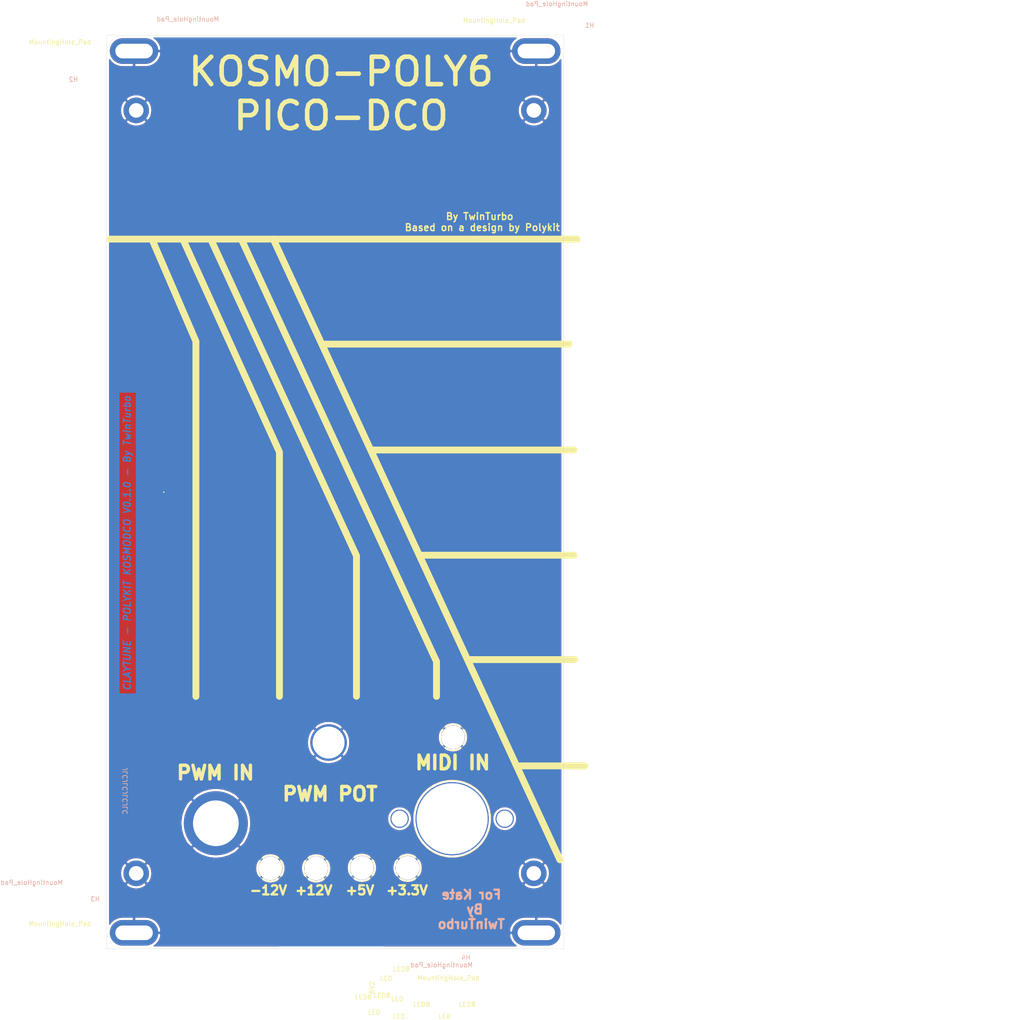
<source format=kicad_pcb>
(kicad_pcb (version 20171130) (host pcbnew "(5.1.7)-1")
  (title_block (title KOSMO-POLY6-PICO-DCO) (date 2023-03-06) (rev V0.1.0) (company Claytune) (comment 1 "Baed on designs by PolyKit"))
  (layers (0 F.Cu signal) (31 B.Cu signal) (34 B.Paste user) (35 F.Paste user) (36 B.SilkS user) (37 F.SilkS user) (38 B.Mask user) (39 F.Mask user) (44 Edge.Cuts user))
  (net 0 "")
  (net 1 GND)
  (module AA-ROB-FULL:ROB5mmLEDHOLE (layer F.Cu) (at 127.428 179.333)
    (fp_text reference LED8 (at 14.306 29.917 -180) (layer F.SilkS))
    (fp_text value LED (at 9.368 32.509 -180) (layer F.SilkS))
    (pad 1 thru_hole circle (at 1.27 0) (size 5.2 5.2) (drill 5.1) (layers *.Cu *.Mask) (net 1 GND))
  )
  (module ROBSLIBRARY:GFX1FC (layer F.Cu) (at 85.223 20.78)
    (fp_text reference G*** hide)
    (fp_text value LOGO hide)
    (fp_poly (pts (xy -0.626714 -12.016411) (xy -0.613292 -11.967234) (xy -0.610211 -11.911306) (xy -0.587917 -11.778919) (xy -0.546647 -11.695695) (xy -0.5087 -11.630453) (xy -0.48597 -11.581469) (xy -0.483083 -11.569233) (xy -0.461179 -11.534612) (xy -0.400293 -11.483633) (xy -0.307662 -11.42114) (xy -0.190526 -11.351974) (xy -0.056123 -11.280977) (xy -0.040861 -11.273395) (xy 0.057472 -11.225952) (xy 0.139304 -11.188527) (xy 0.193633 -11.166042) (xy 0.208733 -11.161761) (xy 0.2554 -11.144212) (xy 0.320312 -11.099367) (xy 0.390665 -11.038935) (xy 0.453657 -10.974621) (xy 0.496485 -10.918132) (xy 0.507662 -10.888438) (xy 0.521635 -10.858842) (xy 0.529225 -10.856656) (xy 0.552358 -10.835935) (xy 0.583986 -10.784479) (xy 0.592377 -10.767667) (xy 0.614931 -10.704392) (xy 0.605764 -10.679246) (xy 0.567242 -10.692623) (xy 0.50173 -10.744918) (xy 0.49474 -10.751407) (xy 0.427252 -10.808212) (xy 0.347592 -10.866112) (xy 0.269419 -10.91621) (xy 0.206393 -10.949612) (xy 0.176974 -10.958358) (xy 0.127424 -10.971468) (xy 0.047089 -11.006561) (xy -0.052592 -11.057282) (xy -0.160182 -11.117278) (xy -0.264243 -11.180193) (xy -0.353335 -11.239673) (xy -0.4117 -11.285403) (xy -0.516734 -11.401558) (xy -0.600693 -11.537058) (xy -0.659293 -11.680328) (xy -0.688248 -11.819791) (xy -0.683274 -11.943872) (xy -0.671054 -11.986008) (xy -0.647259 -12.024255) (xy -0.626714 -12.016411)) (layer F.Cu) (width 0.01))
    (fp_poly (pts (xy -1.130404 -11.820393) (xy -1.113893 -11.769762) (xy -1.10077 -11.694935) (xy -1.09395 -11.60921) (xy -1.093573 -11.588019) (xy -1.072501 -11.50015) (xy -1.013226 -11.392605) (xy -0.920743 -11.272532) (xy -0.80005 -11.147078) (xy -0.758922 -11.109314) (xy -0.63225 -10.983665) (xy -0.520601 -10.848942) (xy -0.43101 -10.715351) (xy -0.370509 -10.593094) (xy -0.348217 -10.513413) (xy -0.334055 -10.432061) (xy -0.318622 -10.363198) (xy -0.316178 -10.354504) (xy -0.317062 -10.308987) (xy -0.347067 -10.296116) (xy -0.393281 -10.319921) (xy -0.401722 -10.327807) (xy -0.426495 -10.376656) (xy -0.432233 -10.415913) (xy -0.451627 -10.489331) (xy -0.507476 -10.589067) (xy -0.596284 -10.709983) (xy -0.714552 -10.846942) (xy -0.755372 -10.890515) (xy -0.920949 -11.076634) (xy -1.046044 -11.246078) (xy -1.127262 -11.38814) (xy -1.147118 -11.451079) (xy -1.161306 -11.538156) (xy -1.169159 -11.634632) (xy -1.170012 -11.725771) (xy -1.163198 -11.796836) (xy -1.148051 -11.833089) (xy -1.147389 -11.83353) (xy -1.130404 -11.820393)) (layer F.Cu) (width 0.01))
    (fp_poly (pts (xy 0.173733 -9.751618) (xy 0.16993 -9.70691) (xy 0.155454 -9.692292) (xy 0.129558 -9.662199) (xy 0.127127 -9.64683) (xy 0.1127 -9.614377) (xy 0.101701 -9.61081) (xy 0.07693 -9.617634) (xy 0.076276 -9.619617) (xy 0.086602 -9.645732) (xy 0.112195 -9.699406) (xy 0.11998 -9.714962) (xy 0.148944 -9.766679) (xy 0.16498 -9.775875) (xy 0.173733 -9.751618)) (layer F.Cu) (width 0.01))
    (fp_poly (pts (xy -0.057117 -9.503609) (xy 0.020983 -9.489186) (xy 0.072403 -9.468956) (xy 0.08795 -9.446037) (xy 0.075414 -9.431762) (xy 0.029475 -9.418141) (xy -0.044841 -9.410398) (xy -0.130907 -9.408486) (xy -0.212095 -9.412356) (xy -0.271781 -9.42196) (xy -0.292393 -9.432832) (xy -0.29781 -9.473437) (xy -0.255538 -9.499017) (xy -0.166646 -9.508989) (xy -0.152708 -9.509109) (xy -0.057117 -9.503609)) (layer F.Cu) (width 0.01))
    (fp_poly (pts (xy -0.046682 -9.272752) (xy -0.038138 -9.254854) (xy -0.067423 -9.23144) (xy -0.112611 -9.245937) (xy -0.127127 -9.254854) (xy -0.144031 -9.272381) (xy -0.117096 -9.27929) (xy -0.093845 -9.279891) (xy -0.046682 -9.272752)) (layer F.Cu) (width 0.01))
    (fp_poly (pts (xy 0.026826 -11.936175) (xy 0.039409 -11.927294) (xy 0.074467 -11.915215) (xy 0.146858 -11.902739) (xy 0.243128 -11.892006) (xy 0.279679 -11.889079) (xy 0.460434 -11.874677) (xy 0.596417 -11.860473) (xy 0.693698 -11.845657) (xy 0.758348 -11.829417) (xy 0.775475 -11.822768) (xy 0.828912 -11.799191) (xy 0.905539 -11.765566) (xy 0.942524 -11.749382) (xy 1.086635 -11.65992) (xy 1.211044 -11.530852) (xy 1.312411 -11.370717) (xy 1.387395 -11.188056) (xy 1.432655 -10.991408) (xy 1.44485 -10.789315) (xy 1.420639 -10.590316) (xy 1.411111 -10.551551) (xy 1.390558 -10.447106) (xy 1.376798 -10.3239) (xy 1.373274 -10.24009) (xy 1.368397 -10.145327) (xy 1.356026 -10.086457) (xy 1.338961 -10.067398) (xy 1.320004 -10.092068) (xy 1.305489 -10.145273) (xy 1.288023 -10.203811) (xy 1.267987 -10.235763) (xy 1.256526 -10.266436) (xy 1.248525 -10.332916) (xy 1.245846 -10.411711) (xy 1.242938 -10.49744) (xy 1.235354 -10.560752) (xy 1.225815 -10.586355) (xy 1.214394 -10.587433) (xy 1.200091 -10.571613) (xy 1.178905 -10.531293) (xy 1.146836 -10.458869) (xy 1.100465 -10.348148) (xy 1.070032 -10.277537) (xy 1.044166 -10.22206) (xy 1.041711 -10.217262) (xy 1.036629 -10.180614) (xy 1.071832 -10.161766) (xy 1.105626 -10.139232) (xy 1.099251 -10.111514) (xy 1.058778 -10.094584) (xy 1.046027 -10.093893) (xy 0.98595 -10.073948) (xy 0.946435 -10.026383) (xy 0.94074 -9.998598) (xy 0.933071 -9.969746) (xy 0.907999 -9.918309) (xy 0.862434 -9.838756) (xy 0.793282 -9.725556) (xy 0.744396 -9.647463) (xy 0.710152 -9.589195) (xy 0.673382 -9.521821) (xy 0.591482 -9.390689) (xy 0.488618 -9.263829) (xy 0.374523 -9.150412) (xy 0.258927 -9.059605) (xy 0.151564 -9.000578) (xy 0.104616 -8.985972) (xy 0.036732 -8.966518) (xy -0.004588 -8.949103) (xy -0.055618 -8.933924) (xy -0.138127 -8.920846) (xy -0.233694 -8.911476) (xy -0.323899 -8.907422) (xy -0.390322 -8.910293) (xy -0.406807 -8.913991) (xy -0.471496 -8.93933) (xy -0.556208 -8.975568) (xy -0.673774 -9.028191) (xy -0.754975 -9.074736) (xy -0.847491 -9.143175) (xy -0.944147 -9.226134) (xy -1.037766 -9.31624) (xy -1.121174 -9.406122) (xy -1.187196 -9.488406) (xy -1.228655 -9.555719) (xy -1.233976 -9.580334) (xy -1.138897 -9.580334) (xy -1.107222 -9.529419) (xy -1.086596 -9.503244) (xy -1.037115 -9.451426) (xy -1.002973 -9.432353) (xy -0.991592 -9.447217) (xy -1.009469 -9.496669) (xy -1.051445 -9.551718) (xy -1.093876 -9.585697) (xy -1.134508 -9.59976) (xy -1.138897 -9.580334) (xy -1.233976 -9.580334) (xy -1.238377 -9.60069) (xy -1.236114 -9.605987) (xy -1.244246 -9.637311) (xy -1.284816 -9.690485) (xy -1.349767 -9.756601) (xy -1.431042 -9.826751) (xy -1.447455 -9.839639) (xy -1.522109 -9.898046) (xy -1.570282 -9.939275) (xy -1.605973 -9.976927) (xy -1.643181 -10.024598) (xy -1.656848 -10.043043) (xy -1.737347 -10.186992) (xy -1.787277 -10.361662) (xy -1.80804 -10.57245) (xy -1.808838 -10.629194) (xy -1.803761 -10.775455) (xy -1.785811 -10.904536) (xy -1.750905 -11.03345) (xy -1.694961 -11.179211) (xy -1.65523 -11.269455) (xy -1.607012 -11.358849) (xy -1.568992 -11.400078) (xy -1.545649 -11.395502) (xy -1.54146 -11.347485) (xy -1.560905 -11.258388) (xy -1.571562 -11.225325) (xy -1.602221 -11.116363) (xy -1.62677 -10.991937) (xy -1.64437 -10.862802) (xy -1.654179 -10.73971) (xy -1.655357 -10.633417) (xy -1.647062 -10.554677) (xy -1.628454 -10.514243) (xy -1.627228 -10.513413) (xy -1.607665 -10.478424) (xy -1.601802 -10.434623) (xy -1.581907 -10.341174) (xy -1.529197 -10.238714) (xy -1.454134 -10.144933) (xy -1.40499 -10.101867) (xy -1.34558 -10.056648) (xy -1.304998 -10.024032) (xy -1.296697 -10.01642) (xy -1.268716 -9.995402) (xy -1.213975 -9.959887) (xy -1.191722 -9.946187) (xy -1.078138 -9.860111) (xy -0.972919 -9.74953) (xy -0.884295 -9.626342) (xy -0.820497 -9.50245) (xy -0.789754 -9.389751) (xy -0.788188 -9.362733) (xy -0.78501 -9.326125) (xy -0.771664 -9.293351) (xy -0.74243 -9.260424) (xy -0.69159 -9.22336) (xy -0.613425 -9.178172) (xy -0.502218 -9.120874) (xy -0.352249 -9.047482) (xy -0.299094 -9.02185) (xy -0.234808 -9.003888) (xy -0.167909 -9.003096) (xy -0.120815 -9.018967) (xy -0.114415 -9.026026) (xy -0.079928 -9.044575) (xy -0.026272 -9.051451) (xy 0.061286 -9.068956) (xy 0.166821 -9.115507) (xy 0.274507 -9.182158) (xy 0.368522 -9.259964) (xy 0.397962 -9.291281) (xy 0.455827 -9.365444) (xy 0.524666 -9.463521) (xy 0.590294 -9.565236) (xy 0.594828 -9.572672) (xy 0.692918 -9.734748) (xy 0.766544 -9.857438) (xy 0.817977 -9.944614) (xy 0.849488 -10.000144) (xy 0.863351 -10.0279) (xy 0.864464 -10.032019) (xy 0.841945 -10.042775) (xy 0.777091 -10.033316) (xy 0.673955 -10.004254) (xy 0.667897 -10.002307) (xy 0.597889 -9.981339) (xy 0.546865 -9.975332) (xy 0.495392 -9.98633) (xy 0.42404 -10.016376) (xy 0.391654 -10.031363) (xy 0.267025 -10.095088) (xy 0.18691 -10.149341) (xy 0.153456 -10.192612) (xy 0.152552 -10.199536) (xy 0.172731 -10.2184) (xy 0.220994 -10.216893) (xy 0.273668 -10.198073) (xy 0.425104 -10.141155) (xy 0.572033 -10.127488) (xy 0.650728 -10.14001) (xy 0.738176 -10.158968) (xy 0.818682 -10.169443) (xy 0.837541 -10.17017) (xy 0.897373 -10.182363) (xy 0.939378 -10.227732) (xy 0.951591 -10.250352) (xy 0.984194 -10.328804) (xy 0.983915 -10.380195) (xy 0.948161 -10.418309) (xy 0.916578 -10.436484) (xy 0.850181 -10.458067) (xy 0.748146 -10.470711) (xy 0.603481 -10.475237) (xy 0.586047 -10.475275) (xy 0.470586 -10.477619) (xy 0.384944 -10.484113) (xy 0.337423 -10.493946) (xy 0.33053 -10.500216) (xy 0.352401 -10.522548) (xy 0.40045 -10.538759) (xy 0.470966 -10.553403) (xy 0.558141 -10.572657) (xy 0.578793 -10.577382) (xy 0.701275 -10.598463) (xy 0.797872 -10.594804) (xy 0.88822 -10.564335) (xy 0.934606 -10.53988) (xy 1.042886 -10.477971) (xy 1.08401 -10.571968) (xy 1.106332 -10.646689) (xy 1.120236 -10.753546) (xy 1.126659 -10.900665) (xy 1.127213 -10.945645) (xy 1.127345 -11.07043) (xy 1.124017 -11.157246) (xy 1.114946 -11.218961) (xy 1.097848 -11.268442) (xy 1.07044 -11.318558) (xy 1.057292 -11.339739) (xy 1.000933 -11.420354) (xy 0.940903 -11.493106) (xy 0.916795 -11.517717) (xy 0.84948 -11.570459) (xy 0.765725 -11.623125) (xy 0.681849 -11.666759) (xy 0.614168 -11.692404) (xy 0.592581 -11.695695) (xy 0.543991 -11.70568) (xy 0.478277 -11.729892) (xy 0.474213 -11.731697) (xy 0.392879 -11.761597) (xy 0.317818 -11.780455) (xy 0.155363 -11.816001) (xy 0.041984 -11.860232) (xy -0.009489 -11.897287) (xy -0.041463 -11.934753) (xy -0.035341 -11.948986) (xy -0.023448 -11.94995) (xy 0.026826 -11.936175)) (layer F.Cu) (width 0.01))
    (fp_poly (pts (xy 1.573731 -11.976791) (xy 1.632982 -11.92719) (xy 1.701907 -11.84251) (xy 1.773061 -11.735556) (xy 1.838998 -11.619133) (xy 1.892274 -11.506045) (xy 1.925444 -11.409096) (xy 1.932715 -11.359367) (xy 1.941542 -11.298499) (xy 1.962968 -11.219663) (xy 1.969737 -11.199899) (xy 1.988007 -11.119693) (xy 2.000497 -11.005749) (xy 2.00714 -10.872062) (xy 2.007867 -10.732627) (xy 2.00261 -10.601439) (xy 1.991302 -10.492493) (xy 1.973875 -10.419784) (xy 1.97352 -10.41893) (xy 1.942204 -10.336557) (xy 1.911751 -10.244869) (xy 1.908406 -10.233733) (xy 1.869281 -10.11406) (xy 1.813523 -9.965476) (xy 1.778506 -9.877777) (xy 1.735141 -9.74418) (xy 1.713282 -9.61711) (xy 1.714966 -9.511606) (xy 1.723997 -9.475035) (xy 1.745038 -9.40302) (xy 1.754331 -9.343856) (xy 1.754354 -9.341858) (xy 1.772988 -9.288749) (xy 1.82427 -9.211865) (xy 1.901272 -9.119358) (xy 1.997063 -9.019382) (xy 2.104714 -8.92009) (xy 2.133887 -8.895311) (xy 2.251411 -8.795335) (xy 2.361085 -8.698386) (xy 2.456501 -8.610496) (xy 2.531251 -8.537698) (xy 2.578925 -8.486023) (xy 2.593393 -8.462796) (xy 2.584851 -8.444526) (xy 2.553339 -8.447311) (xy 2.49003 -8.472866) (xy 2.453553 -8.489978) (xy 2.37342 -8.527478) (xy 2.272533 -8.573541) (xy 2.199299 -8.606366) (xy 2.040148 -8.678088) (xy 1.91914 -8.735845) (xy 1.827283 -8.784753) (xy 1.755586 -8.829928) (xy 1.695057 -8.87649) (xy 1.644474 -8.922118) (xy 1.548737 -9.027951) (xy 1.477961 -9.144214) (xy 1.426814 -9.282961) (xy 1.389968 -9.456245) (xy 1.380631 -9.518754) (xy 1.38291 -9.623544) (xy 1.413867 -9.765681) (xy 1.473838 -9.94626) (xy 1.56316 -10.166373) (xy 1.617915 -10.289366) (xy 1.651135 -10.368599) (xy 1.672985 -10.432978) (xy 1.678078 -10.459487) (xy 1.692969 -10.503447) (xy 1.703503 -10.513413) (xy 1.712044 -10.543033) (xy 1.718861 -10.613895) (xy 1.723929 -10.716417) (xy 1.727224 -10.84102) (xy 1.728719 -10.978121) (xy 1.728391 -11.118141) (xy 1.726214 -11.251498) (xy 1.722162 -11.368611) (xy 1.716211 -11.4599) (xy 1.708336 -11.515784) (xy 1.706151 -11.522877) (xy 1.68458 -11.583959) (xy 1.658291 -11.665797) (xy 1.65012 -11.692702) (xy 1.623087 -11.767585) (xy 1.594553 -11.823743) (xy 1.585164 -11.835827) (xy 1.555231 -11.883711) (xy 1.53605 -11.936903) (xy 1.527148 -11.984333) (xy 1.541431 -11.992134) (xy 1.573731 -11.976791)) (layer F.Cu) (width 0.01))
    (fp_poly (pts (xy 0.738769 -9.175116) (xy 0.748976 -9.131335) (xy 0.754815 -9.054262) (xy 0.755153 -8.969779) (xy 0.759664 -8.85068) (xy 0.785865 -8.767138) (xy 0.84098 -8.705957) (xy 0.926686 -8.656539) (xy 1.003283 -8.626983) (xy 1.11402 -8.592288) (xy 1.243059 -8.556706) (xy 1.374563 -8.524491) (xy 1.492697 -8.499895) (xy 1.538238 -8.492303) (xy 1.765557 -8.436342) (xy 1.963332 -8.339252) (xy 2.13379 -8.199601) (xy 2.278752 -8.016586) (xy 2.343957 -7.894284) (xy 2.365422 -7.790217) (xy 2.342942 -7.69634) (xy 2.27631 -7.604608) (xy 2.267972 -7.596012) (xy 2.191763 -7.530859) (xy 2.115925 -7.497871) (xy 2.059459 -7.488219) (xy 1.973789 -7.486485) (xy 1.898751 -7.49748) (xy 1.881481 -7.503423) (xy 1.84832 -7.520127) (xy 1.84555 -7.533836) (xy 1.879247 -7.550787) (xy 1.952377 -7.576173) (xy 2.026893 -7.602359) (xy 2.078013 -7.622757) (xy 2.092216 -7.630721) (xy 2.107345 -7.657783) (xy 2.129379 -7.697202) (xy 2.154056 -7.754632) (xy 2.161161 -7.789798) (xy 2.143499 -7.830542) (xy 2.097247 -7.8933) (xy 2.032506 -7.967089) (xy 1.959377 -8.040925) (xy 1.88796 -8.103825) (xy 1.841767 -8.13711) (xy 1.759586 -8.180955) (xy 1.660137 -8.224307) (xy 1.560419 -8.260746) (xy 1.47743 -8.283856) (xy 1.440308 -8.288688) (xy 1.392984 -8.295257) (xy 1.313689 -8.315933) (xy 1.197467 -8.35217) (xy 1.039364 -8.405422) (xy 1.021356 -8.411637) (xy 0.858405 -8.488608) (xy 0.737258 -8.591407) (xy 0.65954 -8.717973) (xy 0.626875 -8.866246) (xy 0.626061 -8.913008) (xy 0.634958 -8.998125) (xy 0.654541 -9.078179) (xy 0.680312 -9.142716) (xy 0.707777 -9.181278) (xy 0.73244 -9.183409) (xy 0.738769 -9.175116)) (layer F.Cu) (width 0.01))
    (fp_poly (pts (xy -0.142 -8.161694) (xy -0.062479 -8.132492) (xy 0.048024 -8.08166) (xy 0.083498 -8.063924) (xy 0.219556 -7.997417) (xy 0.3766 -7.924534) (xy 0.528251 -7.857403) (xy 0.583209 -7.834166) (xy 0.834513 -7.722354) (xy 1.04102 -7.612326) (xy 1.208335 -7.499099) (xy 1.342061 -7.377692) (xy 1.4478 -7.243124) (xy 1.531155 -7.090412) (xy 1.589702 -6.939294) (xy 1.609405 -6.848058) (xy 1.621198 -6.726469) (xy 1.625359 -6.588194) (xy 1.622168 -6.4469) (xy 1.611902 -6.316256) (xy 1.594838 -6.209928) (xy 1.573557 -6.145672) (xy 1.542949 -6.102128) (xy 1.519289 -6.091642) (xy 1.517974 -6.092702) (xy 1.510592 -6.124102) (xy 1.504694 -6.194896) (xy 1.500997 -6.293636) (xy 1.5001 -6.377995) (xy 1.491057 -6.59359) (xy 1.461555 -6.775362) (xy 1.408032 -6.937447) (xy 1.326928 -7.093982) (xy 1.31477 -7.113709) (xy 1.22842 -7.233368) (xy 1.124063 -7.341303) (xy 0.994736 -7.442611) (xy 0.833478 -7.542389) (xy 0.633326 -7.645733) (xy 0.508508 -7.703961) (xy 0.422465 -7.747004) (xy 0.313748 -7.807161) (xy 0.193911 -7.877373) (xy 0.074508 -7.950582) (xy -0.032908 -8.01973) (xy -0.116784 -8.077758) (xy -0.160535 -8.11269) (xy -0.194442 -8.152475) (xy -0.187126 -8.168582) (xy -0.142 -8.161694)) (layer F.Cu) (width 0.01))
    (fp_poly (pts (xy -1.969328 -10.44257) (xy -1.960117 -10.415102) (xy -1.962588 -10.359005) (xy -1.976641 -10.265836) (xy -1.987421 -10.205738) (xy -1.999483 -10.012278) (xy -1.967698 -9.820651) (xy -1.917442 -9.690359) (xy -1.855291 -9.602632) (xy -1.747491 -9.496232) (xy -1.595243 -9.372248) (xy -1.452503 -9.268302) (xy -1.344627 -9.18905) (xy -1.236408 -9.103441) (xy -1.145636 -9.025752) (xy -1.117855 -8.999758) (xy -1.025332 -8.894519) (xy -0.949384 -8.779228) (xy -0.896099 -8.665874) (xy -0.871564 -8.566447) (xy -0.873263 -8.51802) (xy -0.875497 -8.469751) (xy -0.859172 -8.41528) (xy -0.819316 -8.342268) (xy -0.77468 -8.273411) (xy -0.721504 -8.191531) (xy -0.681647 -8.125241) (xy -0.662006 -8.086166) (xy -0.661061 -8.081918) (xy -0.644584 -8.059954) (xy -0.641992 -8.059733) (xy -0.619669 -8.04005) (xy -0.578081 -7.988128) (xy -0.525529 -7.914464) (xy -0.516099 -7.90053) (xy -0.446646 -7.803336) (xy -0.359589 -7.690195) (xy -0.271637 -7.582689) (xy -0.255414 -7.56377) (xy -0.094452 -7.37725) (xy 0.035288 -7.225428) (xy 0.136478 -7.105093) (xy 0.21179 -7.013031) (xy 0.263894 -6.946032) (xy 0.294118 -6.903003) (xy 0.341443 -6.83494) (xy 0.387225 -6.77778) (xy 0.387535 -6.777438) (xy 0.421177 -6.734081) (xy 0.432232 -6.709923) (xy 0.447294 -6.681781) (xy 0.486038 -6.628789) (xy 0.521221 -6.585185) (xy 0.570731 -6.522007) (xy 0.603039 -6.473263) (xy 0.61021 -6.455652) (xy 0.601392 -6.436164) (xy 0.572133 -6.438787) (xy 0.518227 -6.465826) (xy 0.435467 -6.519588) (xy 0.319646 -6.602378) (xy 0.254254 -6.650735) (xy 0.083274 -6.786382) (xy -0.0939 -6.941657) (xy -0.267888 -7.107219) (xy -0.429311 -7.273725) (xy -0.568791 -7.431833) (xy -0.67695 -7.572201) (xy -0.689985 -7.591287) (xy -0.849593 -7.844354) (xy -0.974485 -8.075735) (xy -1.027355 -8.190329) (xy -1.066566 -8.259668) (xy -1.126785 -8.343963) (xy -1.178766 -8.406445) (xy -1.27852 -8.499243) (xy -1.38512 -8.557947) (xy -1.508012 -8.584714) (xy -1.656639 -8.581703) (xy -1.8254 -8.554246) (xy -1.92713 -8.508308) (xy -2.009511 -8.420504) (xy -2.070235 -8.296881) (xy -2.106996 -8.143484) (xy -2.117484 -7.966358) (xy -2.1063 -7.818318) (xy -2.091398 -7.715549) (xy -2.076019 -7.62752) (xy -2.063056 -7.570454) (xy -2.060964 -7.564064) (xy -2.029859 -7.490452) (xy -1.984159 -7.39466) (xy -1.93204 -7.292549) (xy -1.881677 -7.199982) (xy -1.841247 -7.13282) (xy -1.831617 -7.119119) (xy -1.788342 -7.060178) (xy -1.729 -6.977019) (xy -1.659354 -6.877986) (xy -1.585165 -6.771427) (xy -1.512197 -6.665685) (xy -1.446211 -6.569107) (xy -1.392968 -6.490038) (xy -1.358232 -6.436823) (xy -1.347548 -6.418012) (xy -1.333651 -6.389424) (xy -1.322453 -6.374352) (xy -1.265136 -6.300214) (xy -1.197467 -6.207088) (xy -1.132799 -6.113838) (xy -1.084489 -6.039329) (xy -1.080212 -6.032182) (xy -1.044309 -5.978699) (xy -1.017023 -5.950734) (xy -1.013249 -5.949549) (xy -0.991302 -5.928884) (xy -0.980872 -5.905055) (xy -0.956582 -5.861) (xy -0.910166 -5.797596) (xy -0.877945 -5.758858) (xy -0.827679 -5.696148) (xy -0.795272 -5.645883) (xy -0.788676 -5.627494) (xy -0.772891 -5.593048) (xy -0.766692 -5.589356) (xy -0.741181 -5.564792) (xy -0.697558 -5.510209) (xy -0.645068 -5.43845) (xy -0.592958 -5.362357) (xy -0.550474 -5.294776) (xy -0.536365 -5.269419) (xy -0.523199 -5.224536) (xy -0.539969 -5.210191) (xy -0.576922 -5.225138) (xy -0.624302 -5.268131) (xy -0.635865 -5.282132) (xy -0.684085 -5.339961) (xy -0.750198 -5.414758) (xy -0.797679 -5.466466) (xy -0.871588 -5.549431) (xy -0.944146 -5.637143) (xy -0.978977 -5.682582) (xy -1.031915 -5.752045) (xy -1.079615 -5.809686) (xy -1.094922 -5.826262) (xy -1.133141 -5.868481) (xy -1.189009 -5.934409) (xy -1.235685 -5.991527) (xy -1.300054 -6.070722) (xy -1.381832 -6.170081) (xy -1.465617 -6.270913) (xy -1.483925 -6.292792) (xy -1.573178 -6.399394) (xy -1.638289 -6.477838) (xy -1.687791 -6.538933) (xy -1.730213 -6.593489) (xy -1.774088 -6.652313) (xy -1.827946 -6.726216) (xy -1.849844 -6.756417) (xy -1.909264 -6.840887) (xy -1.955051 -6.910733) (xy -1.98033 -6.955248) (xy -1.983183 -6.964058) (xy -2.002416 -6.994741) (xy -2.005696 -6.996229) (xy -2.034405 -7.024634) (xy -2.078577 -7.088419) (xy -2.132202 -7.17687) (xy -2.18927 -7.27927) (xy -2.243771 -7.384907) (xy -2.289696 -7.483065) (xy -2.317055 -7.551351) (xy -2.350451 -7.676454) (xy -2.370138 -7.814884) (xy -2.375835 -7.952634) (xy -2.367263 -8.075696) (xy -2.344143 -8.170065) (xy -2.32997 -8.19786) (xy -2.299829 -8.252767) (xy -2.288289 -8.290109) (xy -2.273427 -8.328186) (xy -2.235205 -8.391744) (xy -2.183171 -8.467496) (xy -2.126871 -8.542153) (xy -2.075852 -8.602429) (xy -2.04105 -8.634219) (xy -1.919427 -8.706528) (xy -1.825052 -8.754808) (xy -1.743403 -8.78403) (xy -1.659954 -8.799162) (xy -1.560181 -8.805173) (xy -1.539923 -8.805658) (xy -1.334835 -8.809909) (xy -1.156857 -8.67062) (xy -1.075084 -8.605403) (xy -1.008707 -8.550195) (xy -0.968056 -8.513684) (xy -0.961193 -8.506091) (xy -0.937358 -8.484857) (xy -0.927791 -8.499395) (xy -0.933776 -8.536311) (xy -0.95424 -8.578712) (xy -1.037042 -8.683879) (xy -1.150963 -8.791453) (xy -1.302016 -8.906599) (xy -1.454047 -9.007898) (xy -1.629246 -9.127528) (xy -1.785217 -9.249852) (xy -1.91504 -9.368608) (xy -2.011799 -9.477535) (xy -2.063946 -9.55996) (xy -2.127288 -9.724648) (xy -2.155299 -9.87157) (xy -2.153077 -9.957121) (xy -2.125471 -10.118873) (xy -2.093134 -10.255472) (xy -2.058198 -10.360463) (xy -2.022796 -10.427394) (xy -1.990322 -10.449849) (xy -1.969328 -10.44257)) (layer F.Cu) (width 0.01))
    (fp_poly (pts (xy 2.059963 -4.405833) (xy 2.100861 -4.387824) (xy 2.11031 -4.375192) (xy 2.129178 -4.352869) (xy 2.179487 -4.308472) (xy 2.251789 -4.250162) (xy 2.281932 -4.226917) (xy 2.366142 -4.160811) (xy 2.437906 -4.101) (xy 2.484762 -4.057971) (xy 2.491762 -4.050311) (xy 2.526973 -4.007715) (xy 2.582251 -3.940443) (xy 2.644314 -3.864664) (xy 2.702541 -3.793828) (xy 2.747825 -3.739429) (xy 2.770879 -3.712618) (xy 2.771371 -3.712112) (xy 2.796652 -3.674835) (xy 2.839872 -3.597894) (xy 2.897841 -3.487879) (xy 2.967367 -3.351378) (xy 3.045261 -3.194979) (xy 3.128332 -3.025274) (xy 3.213389 -2.84885) (xy 3.297242 -2.672296) (xy 3.3767 -2.502202) (xy 3.448574 -2.345158) (xy 3.509672 -2.207751) (xy 3.556803 -2.096571) (xy 3.571598 -2.059459) (xy 3.605373 -1.978022) (xy 3.651754 -1.873269) (xy 3.700864 -1.767495) (xy 3.702178 -1.764745) (xy 3.742842 -1.677708) (xy 3.773176 -1.608983) (xy 3.787808 -1.570851) (xy 3.788388 -1.567698) (xy 3.77336 -1.552154) (xy 3.740264 -1.567961) (xy 3.7246 -1.583699) (xy 3.58207 -1.772367) (xy 3.44744 -1.983183) (xy 3.40802 -2.05386) (xy 3.356901 -2.150243) (xy 3.298608 -2.263238) (xy 3.237666 -2.383752) (xy 3.1786 -2.502689) (xy 3.125936 -2.610955) (xy 3.084199 -2.699456) (xy 3.057914 -2.759099) (xy 3.051051 -2.779773) (xy 3.040823 -2.80928) (xy 3.013418 -2.873882) (xy 2.973751 -2.962871) (xy 2.926738 -3.065541) (xy 2.877295 -3.171186) (xy 2.830337 -3.269098) (xy 2.790781 -3.348571) (xy 2.782993 -3.3636) (xy 2.62542 -3.628967) (xy 2.433694 -3.893255) (xy 2.273814 -4.081293) (xy 2.190856 -4.174184) (xy 2.11863 -4.258766) (xy 2.065451 -4.325067) (xy 2.040894 -4.360595) (xy 2.022437 -4.401878) (xy 2.035526 -4.411038) (xy 2.059963 -4.405833)) (layer F.Cu) (width 0.01))
    (fp_poly (pts (xy -0.612556 -4.657634) (xy -0.600819 -4.633783) (xy -0.577269 -4.581405) (xy -0.541344 -4.51582) (xy -0.539665 -4.513013) (xy -0.497297 -4.41726) (xy -0.457623 -4.27816) (xy -0.422753 -4.103215) (xy -0.420482 -4.089424) (xy -0.415451 -4.046007) (xy -0.420974 -4.010272) (xy -0.443413 -3.972828) (xy -0.489131 -3.924286) (xy -0.56449 -3.855256) (xy -0.601368 -3.822457) (xy -0.987639 -3.464745) (xy -1.325479 -3.119905) (xy -1.615469 -2.787253) (xy -1.858188 -2.466101) (xy -2.054217 -2.155763) (xy -2.132815 -2.008608) (xy -2.186184 -1.904016) (xy -2.236767 -1.808132) (xy -2.276491 -1.73614) (xy -2.288281 -1.716216) (xy -2.320774 -1.655816) (xy -2.336975 -1.610525) (xy -2.337281 -1.607652) (xy -2.351202 -1.567991) (xy -2.384212 -1.505228) (xy -2.402703 -1.474674) (xy -2.440667 -1.409268) (xy -2.463393 -1.359943) (xy -2.466267 -1.347547) (xy -2.478933 -1.311692) (xy -2.51097 -1.251491) (xy -2.52983 -1.22042) (xy -2.568111 -1.151934) (xy -2.590757 -1.096257) (xy -2.593394 -1.081085) (xy -2.606966 -1.046927) (xy -2.618819 -1.042442) (xy -2.639907 -1.02129) (xy -2.644245 -0.994704) (xy -2.662711 -0.938528) (xy -2.682383 -0.915315) (xy -2.715019 -0.865115) (xy -2.720521 -0.835925) (xy -2.731786 -0.796331) (xy -2.745946 -0.788188) (xy -2.767035 -0.767036) (xy -2.771372 -0.74045) (xy -2.789838 -0.684273) (xy -2.80951 -0.661061) (xy -2.841498 -0.621132) (xy -2.847351 -0.60074) (xy -2.857816 -0.566884) (xy -2.886237 -0.498838) (xy -2.927748 -0.407856) (xy -2.958714 -0.343243) (xy -3.018177 -0.221129) (xy -3.089263 -0.074766) (xy -3.16151 0.074289) (xy -3.205518 0.165266) (xy -3.263655 0.28358) (xy -3.319469 0.393662) (xy -3.366279 0.482535) (xy -3.395356 0.533934) (xy -3.428276 0.590872) (xy -3.477902 0.68081) (xy -3.537601 0.791569) (xy -3.600743 0.910971) (xy -3.603017 0.915316) (xy -3.767832 1.228662) (xy -3.912276 1.499622) (xy -4.038161 1.731568) (xy -4.1473 1.927868) (xy -4.157011 1.945045) (xy -4.206576 2.032761) (xy -4.253695 2.11643) (xy -4.274291 2.153147) (xy -4.31726 2.227003) (xy -4.369211 2.3125) (xy -4.384521 2.336976) (xy -4.422636 2.400124) (xy -4.445991 2.444151) (xy -4.44945 2.45427) (xy -4.461995 2.481519) (xy -4.494969 2.539881) (xy -4.541379 2.617642) (xy -4.594234 2.703091) (xy -4.646541 2.784516) (xy -4.647235 2.78557) (xy -4.680514 2.845571) (xy -4.694695 2.87943) (xy -4.717737 2.916967) (xy -4.732095 2.923924) (xy -4.754216 2.943024) (xy -4.754555 2.947022) (xy -4.768376 2.974386) (xy -4.80746 3.038209) (xy -4.868238 3.133065) (xy -4.947141 3.253526) (xy -5.040599 3.394165) (xy -5.145043 3.549555) (xy -5.256905 3.714268) (xy -5.313914 3.79757) (xy -5.349447 3.847433) (xy -5.401004 3.917566) (xy -5.459779 3.99627) (xy -5.516966 4.071848) (xy -5.563758 4.1326) (xy -5.591348 4.166828) (xy -5.594106 4.16977) (xy -5.61589 4.195538) (xy -5.657902 4.248668) (xy -5.695127 4.296897) (xy -5.793871 4.421608) (xy -5.890993 4.53638) (xy -5.981524 4.636189) (xy -6.060496 4.71601) (xy -6.122941 4.770818) (xy -6.16389 4.795588) (xy -6.178379 4.785669) (xy -6.162669 4.752885) (xy -6.130599 4.712858) (xy -6.088727 4.660768) (xy -6.036896 4.587012) (xy -6.012383 4.549155) (xy -5.968516 4.482645) (xy -5.933444 4.435634) (xy -5.9211 4.423004) (xy -5.898199 4.397573) (xy -5.853428 4.340235) (xy -5.794199 4.260657) (xy -5.753279 4.204127) (xy -5.665913 4.084024) (xy -5.566193 3.949717) (xy -5.472717 3.826205) (xy -5.453754 3.801561) (xy -5.385354 3.712252) (xy -5.327033 3.634656) (xy -5.287068 3.579856) (xy -5.275776 3.563232) (xy -5.245093 3.520087) (xy -5.19584 3.456654) (xy -5.167718 3.421952) (xy -5.120188 3.358567) (xy -5.090314 3.307858) (xy -5.085085 3.290737) (xy -5.064666 3.255613) (xy -5.046947 3.24526) (xy -5.013228 3.217014) (xy -5.008809 3.201971) (xy -4.995065 3.164075) (xy -4.961078 3.106674) (xy -4.9517 3.093115) (xy -4.908914 3.029607) (xy -4.855488 2.945479) (xy -4.797827 2.851468) (xy -4.742337 2.758316) (xy -4.695423 2.676762) (xy -4.663492 2.617545) (xy -4.652853 2.592056) (xy -4.632724 2.567909) (xy -4.614715 2.558774) (xy -4.581044 2.532723) (xy -4.576577 2.519449) (xy -4.563816 2.48913) (xy -4.529186 2.425617) (xy -4.47817 2.338586) (xy -4.424024 2.250151) (xy -4.363355 2.151901) (xy -4.314123 2.070329) (xy -4.281739 2.014524) (xy -4.271472 1.993857) (xy -4.259169 1.967156) (xy -4.228182 1.91362) (xy -4.211967 1.887333) (xy -4.15952 1.798777) (xy -4.088103 1.670817) (xy -4.000979 1.509785) (xy -3.901408 1.322011) (xy -3.792652 1.113829) (xy -3.67797 0.891567) (xy -3.560623 0.661559) (xy -3.443874 0.430134) (xy -3.330981 0.203625) (xy -3.225207 -0.011638) (xy -3.129811 -0.209323) (xy -3.102421 -0.266967) (xy -3.006536 -0.46952) (xy -2.927188 -0.636774) (xy -2.85923 -0.779424) (xy -2.797515 -0.908166) (xy -2.736896 -1.033695) (xy -2.672225 -1.166706) (xy -2.598354 -1.317897) (xy -2.510138 -1.497961) (xy -2.502856 -1.512812) (xy -2.423296 -1.674036) (xy -2.347798 -1.825082) (xy -2.280275 -1.958277) (xy -2.224637 -2.065948) (xy -2.184794 -2.140421) (xy -2.169456 -2.167012) (xy -2.133144 -2.230822) (xy -2.112278 -2.278304) (xy -2.110311 -2.288183) (xy -2.093718 -2.328777) (xy -2.0472 -2.400552) (xy -1.975643 -2.497628) (xy -1.883937 -2.614122) (xy -1.776968 -2.744152) (xy -1.659625 -2.881836) (xy -1.536796 -3.021291) (xy -1.413368 -3.156635) (xy -1.294231 -3.281987) (xy -1.233409 -3.343443) (xy -1.141346 -3.433187) (xy -1.026676 -3.542459) (xy -0.90465 -3.656837) (xy -0.800443 -3.752862) (xy -0.546647 -3.984303) (xy -0.546647 -4.121531) (xy -0.557756 -4.255235) (xy -0.587258 -4.394624) (xy -0.629417 -4.51397) (xy -0.638114 -4.531737) (xy -0.656668 -4.588156) (xy -0.659537 -4.64271) (xy -0.646657 -4.67557) (xy -0.638601 -4.678278) (xy -0.612556 -4.657634)) (layer F.Cu) (width 0.01))
    (fp_poly (pts (xy 1.411526 -3.663938) (xy 1.446125 -3.60742) (xy 1.489177 -3.527163) (xy 1.5001 -3.505457) (xy 1.565995 -3.388445) (xy 1.657432 -3.247325) (xy 1.765098 -3.095015) (xy 1.879674 -2.944429) (xy 1.991847 -2.808484) (xy 2.047919 -2.745946) (xy 2.124257 -2.662446) (xy 2.202454 -2.574599) (xy 2.240437 -2.530798) (xy 2.322617 -2.441352) (xy 2.429521 -2.334476) (xy 2.54618 -2.224528) (xy 2.657629 -2.125866) (xy 2.695095 -2.094649) (xy 2.751527 -2.048089) (xy 2.78974 -2.015494) (xy 2.796796 -2.00896) (xy 2.83933 -1.971166) (xy 2.913167 -1.911633) (xy 3.008148 -1.838061) (xy 3.114111 -1.758147) (xy 3.220899 -1.679593) (xy 3.318349 -1.610096) (xy 3.368869 -1.57544) (xy 3.555944 -1.444727) (xy 3.700762 -1.330494) (xy 3.807182 -1.227803) (xy 3.879065 -1.131716) (xy 3.920273 -1.037295) (xy 3.934667 -0.939599) (xy 3.929772 -0.858013) (xy 3.909399 -0.77354) (xy 3.871748 -0.669736) (xy 3.824578 -0.564115) (xy 3.775645 -0.474195) (xy 3.736138 -0.42079) (xy 3.713857 -0.366651) (xy 3.721587 -0.295504) (xy 3.749441 -0.240044) (xy 3.77925 -0.175397) (xy 3.787579 -0.124711) (xy 3.810335 -0.046348) (xy 3.873661 0.004616) (xy 3.973496 0.02515) (xy 3.9887 0.025426) (xy 4.078548 0.035415) (xy 4.161838 0.060021) (xy 4.173954 0.065728) (xy 4.238353 0.090131) (xy 4.277185 0.08059) (xy 4.279478 0.07844) (xy 4.326165 0.054512) (xy 4.383558 0.050683) (xy 4.431369 0.065179) (xy 4.449449 0.093318) (xy 4.459634 0.138965) (xy 4.485972 0.209842) (xy 4.522139 0.292597) (xy 4.56181 0.373878) (xy 4.59866 0.440332) (xy 4.626365 0.478609) (xy 4.634077 0.483084) (xy 4.646709 0.461273) (xy 4.642425 0.405365) (xy 4.641439 0.400451) (xy 4.628201 0.326377) (xy 4.613682 0.230023) (xy 4.606772 0.177978) (xy 4.594573 0.097874) (xy 4.579563 0.056933) (xy 4.555291 0.043598) (xy 4.532082 0.044195) (xy 4.487453 0.032551) (xy 4.473059 -0.001002) (xy 4.497357 -0.036313) (xy 4.4981 -0.036778) (xy 4.522206 -0.066669) (xy 4.556786 -0.12604) (xy 4.574326 -0.160617) (xy 4.602629 -0.222335) (xy 4.614179 -0.268409) (xy 4.609299 -0.318193) (xy 4.58831 -0.391039) (xy 4.578661 -0.421087) (xy 4.549565 -0.515097) (xy 4.52513 -0.600567) (xy 4.513848 -0.645242) (xy 4.488813 -0.699361) (xy 4.437881 -0.773807) (xy 4.371562 -0.853403) (xy 4.364212 -0.861358) (xy 4.248108 -0.988545) (xy 4.166447 -1.084995) (xy 4.116318 -1.154471) (xy 4.094808 -1.200739) (xy 4.093493 -1.211371) (xy 4.109506 -1.237893) (xy 4.154466 -1.228563) (xy 4.223752 -1.185729) (xy 4.312745 -1.111737) (xy 4.340328 -1.085982) (xy 4.419006 -1.014601) (xy 4.495069 -0.951711) (xy 4.549887 -0.912366) (xy 4.610573 -0.857584) (xy 4.661104 -0.782897) (xy 4.667141 -0.769898) (xy 4.714637 -0.64057) (xy 4.750295 -0.50756) (xy 4.772573 -0.381678) (xy 4.77993 -0.273735) (xy 4.770825 -0.194541) (xy 4.75381 -0.161978) (xy 4.743151 -0.127704) (xy 4.762068 -0.070487) (xy 4.812862 0.015303) (xy 4.846162 0.063922) (xy 4.873665 0.110244) (xy 4.918856 0.194672) (xy 4.977803 0.309287) (xy 5.046573 0.446172) (xy 5.121232 0.597406) (xy 5.197847 0.755071) (xy 5.272485 0.911248) (xy 5.341212 1.05802) (xy 5.357458 1.093294) (xy 5.402307 1.190469) (xy 5.456599 1.307284) (xy 5.505144 1.411112) (xy 5.551721 1.51131) (xy 5.59502 1.606087) (xy 5.626007 1.675665) (xy 5.62705 1.678079) (xy 5.656956 1.7462) (xy 5.69906 1.840601) (xy 5.744447 1.9413) (xy 5.746146 1.945045) (xy 5.791573 2.045603) (xy 5.834195 2.140631) (xy 5.865046 2.210136) (xy 5.865869 2.212012) (xy 5.898852 2.286227) (xy 5.94147 2.380787) (xy 5.968796 2.440841) (xy 6.041927 2.60427) (xy 6.100007 2.742502) (xy 6.121561 2.796797) (xy 6.145193 2.853444) (xy 6.181579 2.936548) (xy 6.215946 3.012913) (xy 6.25535 3.100278) (xy 6.288366 3.175185) (xy 6.305752 3.216317) (xy 6.324793 3.264464) (xy 6.355957 3.343553) (xy 6.392783 3.437193) (xy 6.395908 3.445146) (xy 6.44081 3.556527) (xy 6.488734 3.670922) (xy 6.525508 3.755033) (xy 6.558432 3.83379) (xy 6.580106 3.897108) (xy 6.585185 3.922748) (xy 6.596798 3.972057) (xy 6.62754 4.050444) (xy 6.671266 4.142865) (xy 6.688522 4.175782) (xy 6.709291 4.239856) (xy 6.712312 4.269626) (xy 6.72391 4.318443) (xy 6.737737 4.335035) (xy 6.759403 4.371043) (xy 6.763163 4.398039) (xy 6.774252 4.451958) (xy 6.801372 4.521345) (xy 6.805603 4.530022) (xy 6.849412 4.618461) (xy 6.874849 4.673872) (xy 6.886814 4.70844) (xy 6.890207 4.734351) (xy 6.89029 4.740635) (xy 6.899854 4.78857) (xy 6.923164 4.855035) (xy 6.925984 4.86175) (xy 6.955681 4.940925) (xy 6.985499 5.034839) (xy 6.992446 5.05966) (xy 7.015417 5.140827) (xy 7.036439 5.208317) (xy 7.042267 5.224925) (xy 7.090495 5.363459) (xy 7.125086 5.483205) (xy 7.142923 5.572798) (xy 7.14467 5.59845) (xy 7.153112 5.654757) (xy 7.16997 5.682583) (xy 7.188266 5.716943) (xy 7.195395 5.773298) (xy 7.206893 5.819334) (xy 7.239854 5.905109) (xy 7.291974 6.025405) (xy 7.360954 6.175006) (xy 7.44449 6.348692) (xy 7.489147 6.439215) (xy 7.581869 6.625575) (xy 7.655304 6.772599) (xy 7.712716 6.886529) (xy 7.757371 6.973605) (xy 7.792532 7.040068) (xy 7.821464 7.092159) (xy 7.847432 7.13612) (xy 7.8737 7.17819) (xy 7.884637 7.195287) (xy 7.918277 7.250852) (xy 7.965275 7.332337) (xy 8.009585 7.411512) (xy 8.064982 7.511935) (xy 8.121586 7.614358) (xy 8.157094 7.678479) (xy 8.194852 7.746964) (xy 8.223205 7.800386) (xy 8.250145 7.854784) (xy 8.283664 7.926196) (xy 8.321809 8.009009) (xy 8.363332 8.105745) (xy 8.400154 8.202204) (xy 8.416122 8.250551) (xy 8.459595 8.379759) (xy 8.503406 8.466857) (xy 8.553365 8.520294) (xy 8.615282 8.548514) (xy 8.62228 8.550257) (xy 8.722872 8.59777) (xy 8.813923 8.684104) (xy 8.887389 8.797249) (xy 8.935231 8.925197) (xy 8.949749 9.039254) (xy 8.949749 9.127728) (xy 9.116478 9.127728) (xy 9.276849 9.145939) (xy 9.423563 9.203549) (xy 9.566612 9.305024) (xy 9.617603 9.351672) (xy 9.697197 9.437208) (xy 9.752689 9.522501) (xy 9.78803 9.619431) (xy 9.807172 9.739874) (xy 9.814066 9.895708) (xy 9.81434 9.943013) (xy 9.811049 10.105137) (xy 9.798839 10.235589) (xy 9.774435 10.353234) (xy 9.734569 10.476937) (xy 9.711013 10.538839) (xy 9.690639 10.592636) (xy 9.661851 10.670815) (xy 9.647469 10.710461) (xy 9.618615 10.779455) (xy 9.59271 10.823172) (xy 9.581931 10.831232) (xy 9.56407 10.852557) (xy 9.55996 10.882083) (xy 9.551007 10.923423) (xy 9.538615 10.932933) (xy 9.513593 10.953451) (xy 9.488331 10.996451) (xy 9.432325 11.084756) (xy 9.344546 11.18303) (xy 9.23486 11.283815) (xy 9.113132 11.379657) (xy 8.989227 11.463099) (xy 8.87301 11.526686) (xy 8.774347 11.562961) (xy 8.731347 11.568569) (xy 8.679929 11.577229) (xy 8.659323 11.590814) (xy 8.629392 11.604771) (xy 8.561915 11.622288) (xy 8.46975 11.64019) (xy 8.439113 11.645176) (xy 8.354602 11.656943) (xy 8.276496 11.663675) (xy 8.193907 11.665152) (xy 8.095949 11.66115) (xy 7.971737 11.651448) (xy 7.810383 11.635824) (xy 7.767931 11.631478) (xy 7.705563 11.621935) (xy 7.624392 11.603152) (xy 7.513658 11.572423) (xy 7.409706 11.541421) (xy 7.329271 11.521229) (xy 7.286251 11.523139) (xy 7.271894 11.547935) (xy 7.271671 11.553796) (xy 7.252281 11.624572) (xy 7.204429 11.696055) (xy 7.143595 11.748097) (xy 7.112762 11.760618) (xy 7.026572 11.770117) (xy 6.944008 11.755792) (xy 6.856276 11.713471) (xy 6.75458 11.638985) (xy 6.637979 11.535527) (xy 6.57727 11.48041) (xy 6.546159 11.458307) (xy 6.538245 11.466312) (xy 6.544518 11.493113) (xy 6.580719 11.694965) (xy 6.566542 11.893385) (xy 6.50242 12.086948) (xy 6.388786 12.27423) (xy 6.263524 12.417572) (xy 6.086945 12.570338) (xy 5.890423 12.699426) (xy 5.689449 12.795358) (xy 5.593593 12.827515) (xy 5.488425 12.858056) (xy 5.380387 12.890541) (xy 5.335927 12.904345) (xy 5.196199 12.932182) (xy 5.028697 12.940706) (xy 4.850465 12.931241) (xy 4.678546 12.905108) (xy 4.529984 12.86363) (xy 4.468863 12.837077) (xy 4.41837 12.817792) (xy 4.39759 12.814415) (xy 4.362228 12.799048) (xy 4.297909 12.757793) (xy 4.214233 12.697921) (xy 4.120796 12.626703) (xy 4.027196 12.551409) (xy 3.943029 12.47931) (xy 3.89009 12.429955) (xy 3.821131 12.359275) (xy 3.733628 12.265873) (xy 3.642261 12.165524) (xy 3.604172 12.12273) (xy 3.453457 11.97218) (xy 3.294804 11.850164) (xy 3.138736 11.764196) (xy 3.063763 11.736724) (xy 3.002208 11.7247) (xy 2.908039 11.713203) (xy 2.799466 11.704365) (xy 2.776277 11.703033) (xy 2.649391 11.700305) (xy 2.564992 11.709841) (xy 2.515619 11.734354) (xy 2.493812 11.77656) (xy 2.490883 11.806867) (xy 2.475005 11.870522) (xy 2.452745 11.910315) (xy 2.423102 11.966073) (xy 2.415415 12.00172) (xy 2.397724 12.049546) (xy 2.364564 12.08979) (xy 2.326463 12.134243) (xy 2.313713 12.16518) (xy 2.29456 12.20666) (xy 2.245886 12.263274) (xy 2.180869 12.322542) (xy 2.11269 12.371985) (xy 2.073398 12.392745) (xy 1.996416 12.412651) (xy 1.87874 12.427802) (xy 1.730304 12.438187) (xy 1.561043 12.443792) (xy 1.380892 12.444608) (xy 1.199784 12.440622) (xy 1.027656 12.431821) (xy 0.874441 12.418194) (xy 0.750074 12.39973) (xy 0.724624 12.39435) (xy 0.545643 12.328129) (xy 0.390689 12.21838) (xy 0.263733 12.068302) (xy 0.21391 11.982886) (xy 0.146019 11.874396) (xy 0.135534 11.861926) (xy 2.223257 11.861926) (xy 2.243584 11.873541) (xy 2.249255 11.873674) (xy 2.281303 11.852428) (xy 2.288288 11.822823) (xy 2.283317 11.781441) (xy 2.27647 11.771972) (xy 2.256772 11.791436) (xy 2.237437 11.822823) (xy 2.223257 11.861926) (xy 0.135534 11.861926) (xy 0.06241 11.774967) (xy -0.022722 11.700568) (xy -0.05415 11.681328) (xy -0.158188 11.633957) (xy -0.200301 11.61942) (xy 2.591089 11.61942) (xy 2.808482 11.61942) (xy 2.929713 11.622325) (xy 3.019246 11.633339) (xy 3.096021 11.655909) (xy 3.157636 11.682983) (xy 3.232611 11.717554) (xy 3.28903 11.740639) (xy 3.30987 11.746547) (xy 3.34549 11.761695) (xy 3.406026 11.808197) (xy 3.493157 11.887637) (xy 3.608564 12.0016) (xy 3.753924 12.151671) (xy 3.877377 12.282228) (xy 4.029225 12.432031) (xy 4.183088 12.561823) (xy 4.331943 12.666909) (xy 4.468765 12.742593) (xy 4.586532 12.784181) (xy 4.638093 12.790776) (xy 4.712513 12.799238) (xy 4.767267 12.814415) (xy 4.833396 12.828835) (xy 4.935722 12.834952) (xy 5.060308 12.832977) (xy 5.193219 12.823124) (xy 5.318185 12.806016) (xy 5.406723 12.788273) (xy 5.474633 12.770631) (xy 5.506757 12.757174) (xy 5.546706 12.740191) (xy 5.567575 12.738139) (xy 5.60891 12.727409) (xy 5.681674 12.698905) (xy 5.772099 12.658157) (xy 5.798523 12.645397) (xy 5.958098 12.550559) (xy 6.112873 12.428639) (xy 6.250363 12.291412) (xy 6.358081 12.150654) (xy 6.398299 12.079737) (xy 6.42949 12.01141) (xy 6.449634 11.95016) (xy 6.46104 11.881738) (xy 6.46602 11.791894) (xy 6.466883 11.666378) (xy 6.466853 11.656905) (xy 6.465381 11.529894) (xy 6.460452 11.440212) (xy 6.449706 11.374348) (xy 6.430781 11.318792) (xy 6.401316 11.260033) (xy 6.395737 11.249921) (xy 6.353788 11.175959) (xy 6.333493 11.141867) (xy 6.498573 11.141867) (xy 6.510206 11.176656) (xy 6.542334 11.230796) (xy 6.590501 11.298091) (xy 6.65025 11.372349) (xy 6.717123 11.447374) (xy 6.786664 11.516973) (xy 6.854416 11.574952) (xy 6.859481 11.578794) (xy 6.967506 11.645655) (xy 7.054338 11.667345) (xy 7.121789 11.644044) (xy 7.154333 11.607602) (xy 7.186634 11.539237) (xy 7.193362 11.480718) (xy 7.174302 11.445796) (xy 7.156912 11.441442) (xy 7.102038 11.429799) (xy 7.074279 11.417806) (xy 7.032633 11.396642) (xy 6.986322 11.373733) (xy 7.337844 11.373733) (xy 7.366506 11.42326) (xy 7.43341 11.441436) (xy 7.434965 11.441442) (xy 7.4905 11.451155) (xy 7.514484 11.464263) (xy 7.553626 11.481906) (xy 7.620715 11.497271) (xy 7.64034 11.500146) (xy 7.733838 11.515849) (xy 7.824507 11.536486) (xy 7.831031 11.538286) (xy 7.951762 11.558928) (xy 8.103177 11.565191) (xy 8.267351 11.557631) (xy 8.426358 11.536802) (xy 8.515904 11.517092) (xy 8.625278 11.484881) (xy 8.730741 11.44864) (xy 8.809575 11.416178) (xy 8.809967 11.415989) (xy 8.878419 11.385346) (xy 8.928807 11.367248) (xy 8.94027 11.365166) (xy 8.976241 11.349339) (xy 9.015528 11.318638) (xy 9.074182 11.270167) (xy 9.136278 11.225715) (xy 9.201729 11.168248) (xy 9.278613 11.07831) (xy 9.36031 10.966508) (xy 9.440204 10.843452) (xy 9.511677 10.71975) (xy 9.568112 10.606011) (xy 9.602892 10.512841) (xy 9.610811 10.464989) (xy 9.6221 10.411587) (xy 9.646183 10.353242) (xy 9.661461 10.297389) (xy 9.673414 10.203961) (xy 9.681722 10.08615) (xy 9.68606 9.957142) (xy 9.686107 9.830128) (xy 9.68154 9.718296) (xy 9.672037 9.634835) (xy 9.664465 9.605474) (xy 9.597219 9.492123) (xy 9.490458 9.387428) (xy 9.355516 9.299522) (xy 9.203725 9.236536) (xy 9.122192 9.216386) (xy 9.047317 9.212445) (xy 8.995371 9.23861) (xy 8.98898 9.244683) (xy 8.958797 9.280418) (xy 8.966837 9.304862) (xy 8.991424 9.324523) (xy 9.023774 9.353008) (xy 9.014713 9.372245) (xy 8.994244 9.384714) (xy 8.957733 9.428759) (xy 8.949749 9.46421) (xy 8.943023 9.517626) (xy 8.925639 9.599295) (xy 8.907976 9.667364) (xy 8.861304 9.789446) (xy 8.798817 9.867466) (xy 8.713834 9.907388) (xy 8.629387 9.915916) (xy 8.512617 9.89126) (xy 8.408124 9.817965) (xy 8.317191 9.697038) (xy 8.292474 9.651077) (xy 8.232531 9.558609) (xy 8.154561 9.497689) (xy 8.127881 9.484112) (xy 8.028297 9.424593) (xy 7.965661 9.351455) (xy 7.933203 9.252954) (xy 7.924178 9.130759) (xy 7.924842 9.108368) (xy 8.017678 9.108368) (xy 8.039344 9.223345) (xy 8.086809 9.307846) (xy 8.136587 9.365753) (xy 8.169376 9.379161) (xy 8.181818 9.348388) (xy 8.17635 9.29935) (xy 8.162935 9.227437) (xy 8.146032 9.131126) (xy 8.135066 9.066023) (xy 8.119963 8.98399) (xy 8.106089 8.924483) (xy 8.098071 8.90321) (xy 8.082025 8.916395) (xy 8.056107 8.96391) (xy 8.045221 8.988576) (xy 8.017678 9.108368) (xy 7.924842 9.108368) (xy 7.927223 9.028201) (xy 7.941906 8.953597) (xy 7.973973 8.884394) (xy 7.996218 8.848048) (xy 8.039614 8.771151) (xy 8.060344 8.701466) (xy 8.064743 8.613982) (xy 8.063845 8.581082) (xy 8.05698 8.483475) (xy 8.045261 8.39485) (xy 8.036016 8.352253) (xy 8.019424 8.289678) (xy 7.996689 8.196745) (xy 7.972529 8.092777) (xy 7.970839 8.085286) (xy 7.94289 7.970798) (xy 7.908059 7.84219) (xy 7.870195 7.71225) (xy 7.83315 7.593768) (xy 7.800777 7.499535) (xy 7.777608 7.443639) (xy 7.757899 7.386927) (xy 7.754754 7.361869) (xy 7.745103 7.315569) (xy 7.72112 7.247284) (xy 7.713092 7.22804) (xy 7.681316 7.153145) (xy 7.655743 7.090346) (xy 7.652121 7.080981) (xy 7.617884 7.000491) (xy 7.567718 6.894278) (xy 7.510497 6.781012) (xy 7.501111 6.763164) (xy 7.464703 6.691331) (xy 7.436431 6.630455) (xy 7.433459 6.623324) (xy 7.420294 6.603858) (xy 7.411174 6.626581) (xy 7.404491 6.692378) (xy 7.404925 6.775536) (xy 7.415893 6.844159) (xy 7.422866 6.862328) (xy 7.440188 6.919783) (xy 7.449259 6.99883) (xy 7.449649 7.017418) (xy 7.456437 7.098212) (xy 7.473226 7.165067) (xy 7.477905 7.175259) (xy 7.49411 7.224927) (xy 7.511579 7.308945) (xy 7.527045 7.411015) (xy 7.529845 7.434198) (xy 7.552227 7.628654) (xy 7.57001 7.782104) (xy 7.584334 7.904069) (xy 7.59634 8.004067) (xy 7.607168 8.091619) (xy 7.617958 8.176246) (xy 7.627633 8.250551) (xy 7.641296 8.386004) (xy 7.651508 8.551652) (xy 7.65838 8.739578) (xy 7.662019 8.941862) (xy 7.662535 9.150588) (xy 7.660036 9.357837) (xy 7.654631 9.555692) (xy 7.646429 9.736234) (xy 7.635538 9.891547) (xy 7.622067 10.013711) (xy 7.606125 10.09481) (xy 7.602137 10.106777) (xy 7.585055 10.177871) (xy 7.576893 10.263292) (xy 7.576776 10.273163) (xy 7.574775 10.330749) (xy 7.567409 10.393905) (xy 7.552638 10.47395) (xy 7.52842 10.582207) (xy 7.499067 10.704105) (xy 7.47576 10.802074) (xy 7.453293 10.900747) (xy 7.449027 10.920221) (xy 7.417792 11.061071) (xy 7.39322 11.162897) (xy 7.372467 11.236632) (xy 7.352688 11.293205) (xy 7.350654 11.298338) (xy 7.337844 11.373733) (xy 6.986322 11.373733) (xy 6.958068 11.359757) (xy 6.863474 11.313503) (xy 6.814014 11.289489) (xy 6.714338 11.24031) (xy 6.6286 11.196373) (xy 6.569679 11.164351) (xy 6.554623 11.155115) (xy 6.511893 11.132622) (xy 6.498573 11.141867) (xy 6.333493 11.141867) (xy 6.319963 11.119139) (xy 6.306213 11.098199) (xy 6.273134 11.046717) (xy 6.22375 10.959864) (xy 6.163548 10.848212) (xy 6.098016 10.722335) (xy 6.032643 10.592803) (xy 5.972916 10.470191) (xy 5.924323 10.365072) (xy 5.916889 10.348149) (xy 5.883151 10.270975) (xy 5.84157 10.176466) (xy 5.821936 10.132032) (xy 5.781696 10.039834) (xy 5.743591 9.950449) (xy 5.729243 9.915916) (xy 5.698367 9.844387) (xy 5.671126 9.787422) (xy 5.668638 9.782778) (xy 5.647553 9.718901) (xy 5.644444 9.688933) (xy 5.633783 9.640757) (xy 5.620975 9.624733) (xy 5.59927 9.591621) (xy 5.580768 9.534022) (xy 5.563117 9.479118) (xy 5.54589 9.473344) (xy 5.529932 9.514982) (xy 5.51609 9.602313) (xy 5.508822 9.680193) (xy 5.493676 9.849168) (xy 5.474399 10.019847) (xy 5.452425 10.182925) (xy 5.429188 10.329094) (xy 5.406123 10.449047) (xy 5.384664 10.533479) (xy 5.372603 10.564265) (xy 5.327526 10.659472) (xy 5.28637 10.764366) (xy 5.278879 10.786737) (xy 5.246503 10.824718) (xy 5.200547 10.82636) (xy 5.171356 10.801409) (xy 5.147724 10.749424) (xy 5.126924 10.672749) (xy 5.108741 10.568373) (xy 5.092961 10.433287) (xy 5.07937 10.264478) (xy 5.067753 10.058937) (xy 5.057897 9.813653) (xy 5.049586 9.525617) (xy 5.042606 9.191816) (xy 5.038474 8.934548) (xy 5.033397 8.619832) (xy 5.027968 8.354696) (xy 5.02214 8.13787) (xy 5.015863 7.968086) (xy 5.009091 7.844073) (xy 5.001776 7.764561) (xy 4.993869 7.728281) (xy 4.992934 7.726841) (xy 4.967616 7.676397) (xy 4.950532 7.614915) (xy 4.933058 7.535149) (xy 4.912325 7.457417) (xy 5.129841 7.457417) (xy 5.130201 7.598608) (xy 5.131729 7.713691) (xy 5.134484 7.8062) (xy 5.138521 7.879667) (xy 5.143897 7.937628) (xy 5.150669 7.983616) (xy 5.158894 8.021165) (xy 5.168628 8.053808) (xy 5.179927 8.08508) (xy 5.184899 8.097998) (xy 5.239667 8.247172) (xy 5.272878 8.357096) (xy 5.281614 8.397058) (xy 5.298292 8.453257) (xy 5.316845 8.481192) (xy 5.334442 8.514795) (xy 5.339339 8.555077) (xy 5.347193 8.626663) (xy 5.366794 8.678963) (xy 5.38819 8.695496) (xy 5.39294 8.671266) (xy 5.396408 8.603333) (xy 5.398488 8.49883) (xy 5.399076 8.364892) (xy 5.398063 8.208651) (xy 5.396806 8.117067) (xy 5.39301 7.942517) (xy 5.38763 7.777855) (xy 5.381111 7.632368) (xy 5.373895 7.515344) (xy 5.366425 7.43607) (xy 5.363388 7.416617) (xy 5.353766 7.341865) (xy 5.345949 7.231842) (xy 5.340809 7.102119) (xy 5.339192 6.984385) (xy 5.336852 6.845956) (xy 5.330626 6.709431) (xy 5.321511 6.592096) (xy 5.31246 6.521622) (xy 5.30299 6.44854) (xy 5.292366 6.335384) (xy 5.281406 6.192891) (xy 5.270931 6.031799) (xy 5.261761 5.862847) (xy 5.261038 5.847848) (xy 5.248359 5.583523) (xy 5.23766 5.365483) (xy 5.228636 5.189212) (xy 5.220981 5.050195) (xy 5.214392 4.943917) (xy 5.208562 4.865862) (xy 5.203186 4.811517) (xy 5.19796 4.776365) (xy 5.192579 4.755891) (xy 5.186737 4.745581) (xy 5.186552 4.745381) (xy 5.181938 4.76535) (xy 5.176946 4.831213) (xy 5.171742 4.938019) (xy 5.166493 5.080816) (xy 5.161363 5.25465) (xy 5.15652 5.45457) (xy 5.152129 5.675622) (xy 5.149057 5.8641) (xy 5.143593 6.236151) (xy 5.138958 6.560892) (xy 5.135209 6.841854) (xy 5.132402 7.082574) (xy 5.130593 7.286583) (xy 5.129841 7.457417) (xy 4.912325 7.457417) (xy 4.91036 7.45005) (xy 4.910241 7.44965) (xy 4.887406 7.373039) (xy 4.858341 7.275707) (xy 4.841931 7.220821) (xy 4.813788 7.120991) (xy 4.788671 7.022356) (xy 4.778944 6.97928) (xy 4.760102 6.896803) (xy 4.734212 6.793204) (xy 4.716128 6.725025) (xy 4.689543 6.626075) (xy 4.665099 6.532425) (xy 4.652796 6.483484) (xy 4.608715 6.301284) (xy 4.574591 6.156702) (xy 4.547926 6.038054) (xy 4.526223 5.933655) (xy 4.506985 5.831821) (xy 4.487715 5.720867) (xy 4.480234 5.676114) (xy 4.463471 5.596092) (xy 4.44431 5.53365) (xy 4.436501 5.517205) (xy 4.419635 5.471624) (xy 4.401839 5.395603) (xy 4.39214 5.33934) (xy 4.364632 5.158685) (xy 4.340871 5.015631) (xy 4.318555 4.89729) (xy 4.295378 4.790775) (xy 4.289844 4.767268) (xy 4.269381 4.691832) (xy 4.25292 4.659335) (xy 4.238996 4.671638) (xy 4.226141 4.730605) (xy 4.212889 4.838096) (xy 4.209721 4.868969) (xy 4.194681 5.000783) (xy 4.174273 5.154359) (xy 4.150518 5.316713) (xy 4.125443 5.474862) (xy 4.101068 5.615821) (xy 4.079419 5.726606) (xy 4.06914 5.771021) (xy 4.0514 5.846825) (xy 4.030258 5.946118) (xy 4.016935 6.013114) (xy 3.985086 6.17393) (xy 3.953042 6.326742) (xy 3.923398 6.459744) (xy 3.898746 6.561128) (xy 3.888084 6.599703) (xy 3.870775 6.680314) (xy 3.864664 6.747571) (xy 3.854619 6.820378) (xy 3.837439 6.868228) (xy 3.816993 6.92246) (xy 3.795379 7.003656) (xy 3.785483 7.05089) (xy 3.766545 7.151587) (xy 3.747697 7.251459) (xy 3.741286 7.285315) (xy 3.72441 7.358074) (xy 3.706715 7.411079) (xy 3.70271 7.418867) (xy 3.687383 7.460273) (xy 3.669042 7.532435) (xy 3.658613 7.583202) (xy 3.623873 7.759297) (xy 3.589257 7.912127) (xy 3.548595 8.068888) (xy 3.54759 8.072573) (xy 3.500574 8.248243) (xy 3.464579 8.391406) (xy 3.43665 8.513121) (xy 3.418639 8.583254) (xy 3.4011 8.632829) (xy 3.398061 8.638549) (xy 3.382787 8.678682) (xy 3.363719 8.748675) (xy 3.354462 8.789142) (xy 3.318676 8.946391) (xy 3.279382 9.095857) (xy 3.240391 9.22943) (xy 3.21209 9.329229) (xy 3.186842 9.427842) (xy 3.177058 9.470971) (xy 3.156814 9.555671) (xy 3.128833 9.65844) (xy 3.112813 9.712513) (xy 3.085913 9.810248) (xy 3.064738 9.905328) (xy 3.057741 9.947857) (xy 3.044379 10.013425) (xy 3.026706 10.05397) (xy 3.02294 10.057416) (xy 3.005701 10.090774) (xy 2.999299 10.139889) (xy 2.98552 10.215263) (xy 2.962062 10.271872) (xy 2.934999 10.345116) (xy 2.924825 10.416568) (xy 2.916946 10.477644) (xy 2.899163 10.512976) (xy 2.898498 10.513414) (xy 2.880505 10.547511) (xy 2.872204 10.608135) (xy 2.872172 10.61026) (xy 2.859678 10.690727) (xy 2.834935 10.754955) (xy 2.806739 10.828353) (xy 2.797697 10.886938) (xy 2.78848 10.943276) (xy 2.771371 10.971071) (xy 2.754054 11.004942) (xy 2.746016 11.06633) (xy 2.745946 11.072773) (xy 2.739896 11.134979) (xy 2.725155 11.171351) (xy 2.723403 11.172694) (xy 2.704482 11.204728) (xy 2.686242 11.266302) (xy 2.682989 11.282252) (xy 2.666383 11.351218) (xy 2.648368 11.398574) (xy 2.645284 11.403304) (xy 2.628006 11.443596) (xy 2.610926 11.510194) (xy 2.608269 11.524074) (xy 2.591089 11.61942) (xy -0.200301 11.61942) (xy -0.259316 11.599049) (xy -0.34981 11.577514) (xy -0.421947 11.570262) (xy -0.468004 11.578204) (xy -0.480258 11.602249) (xy -0.460798 11.633404) (xy -0.429329 11.677719) (xy -0.389478 11.746621) (xy -0.349801 11.823464) (xy -0.318855 11.891603) (xy -0.305195 11.934393) (xy -0.305105 11.936278) (xy -0.283963 11.968989) (xy -0.23278 12.006379) (xy -0.169919 12.037547) (xy -0.113744 12.051592) (xy -0.110755 12.051652) (xy -0.076016 12.065924) (xy -0.009714 12.104575) (xy 0.079118 12.161357) (xy 0.181449 12.230022) (xy 0.288246 12.304324) (xy 0.390479 12.378014) (xy 0.479115 12.444845) (xy 0.545123 12.498569) (xy 0.572072 12.523991) (xy 0.605321 12.552429) (xy 0.663381 12.596163) (xy 0.732978 12.645893) (xy 0.800838 12.69232) (xy 0.853688 12.726144) (xy 0.877741 12.738139) (xy 0.905197 12.750553) (xy 0.959767 12.782022) (xy 0.991591 12.801702) (xy 1.063396 12.840318) (xy 1.125901 12.86287) (xy 1.143639 12.865266) (xy 1.185228 12.875819) (xy 1.194995 12.890691) (xy 1.216661 12.910129) (xy 1.255652 12.916117) (xy 1.322355 12.927985) (xy 1.389135 12.954098) (xy 1.47033 12.982541) (xy 1.554806 12.991171) (xy 1.62279 12.979099) (xy 1.643897 12.965553) (xy 1.678831 12.955315) (xy 1.758502 12.945966) (xy 1.876799 12.937964) (xy 2.027608 12.931769) (xy 2.127987 12.929176) (xy 2.294758 12.925158) (xy 2.419021 12.920429) (xy 2.509116 12.914039) (xy 2.573386 12.905039) (xy 2.620171 12.892478) (xy 2.657815 12.875408) (xy 2.671948 12.867246) (xy 2.737819 12.828867) (xy 2.78986 12.800934) (xy 2.796796 12.797645) (xy 2.871431 12.742845) (xy 2.935209 12.660191) (xy 2.973654 12.570465) (xy 2.978729 12.536512) (xy 2.979129 12.418161) (xy 2.967095 12.340973) (xy 2.9413 12.296489) (xy 2.941048 12.296255) (xy 2.867484 12.243717) (xy 2.77909 12.201253) (xy 2.699415 12.179659) (xy 2.684815 12.178779) (xy 2.635874 12.170874) (xy 2.618819 12.154889) (xy 2.596425 12.137151) (xy 2.541332 12.124384) (xy 2.529298 12.123107) (xy 2.467545 12.109646) (xy 2.442512 12.08961) (xy 2.457322 12.072606) (xy 2.511396 12.068024) (xy 2.588367 12.077832) (xy 2.677324 12.097165) (xy 2.7603 12.121185) (xy 2.819331 12.145052) (xy 2.833663 12.154812) (xy 2.879351 12.177255) (xy 2.897227 12.179625) (xy 2.949309 12.197627) (xy 3.004472 12.238747) (xy 3.043449 12.286498) (xy 3.051051 12.311253) (xy 3.067735 12.360129) (xy 3.079384 12.37492) (xy 3.089732 12.414942) (xy 3.084538 12.484805) (xy 3.067533 12.567293) (xy 3.042452 12.645191) (xy 3.013024 12.701282) (xy 3.007136 12.708173) (xy 2.979436 12.746734) (xy 2.974774 12.762001) (xy 2.954897 12.78694) (xy 2.903964 12.828064) (xy 2.83503 12.876251) (xy 2.761147 12.92238) (xy 2.695367 12.957329) (xy 2.695095 12.957454) (xy 2.629984 12.986365) (xy 2.548629 13.021387) (xy 2.52983 13.029331) (xy 2.453068 13.062383) (xy 2.388447 13.091465) (xy 2.376393 13.097182) (xy 2.333008 13.105128) (xy 2.24934 13.109944) (xy 2.135849 13.111819) (xy 2.002993 13.110946) (xy 1.861233 13.107513) (xy 1.721027 13.101713) (xy 1.592836 13.093735) (xy 1.487117 13.083771) (xy 1.461962 13.080509) (xy 1.376849 13.063025) (xy 1.306394 13.039198) (xy 1.284683 13.027488) (xy 1.229935 12.999592) (xy 1.196851 12.992393) (xy 1.153067 12.982312) (xy 1.085346 12.956628) (xy 1.008162 12.922178) (xy 0.935988 12.885798) (xy 0.883297 12.854325) (xy 0.864464 12.835376) (xy 0.844655 12.815373) (xy 0.836234 12.814415) (xy 0.806761 12.800597) (xy 0.748226 12.764543) (xy 0.67238 12.71435) (xy 0.590973 12.658116) (xy 0.515757 12.603939) (xy 0.45848 12.559918) (xy 0.432232 12.53599) (xy 0.404903 12.512593) (xy 0.346014 12.46758) (xy 0.265789 12.408309) (xy 0.174455 12.342141) (xy 0.08224 12.276434) (xy -0.000632 12.218547) (xy -0.063934 12.175841) (xy -0.093674 12.157519) (xy -0.164918 12.133471) (xy -0.211515 12.127928) (xy -0.247492 12.132727) (xy -0.268989 12.155163) (xy -0.282722 12.207297) (xy -0.291851 12.272234) (xy -0.323333 12.414328) (xy -0.385803 12.572465) (xy -0.482562 12.754725) (xy -0.503145 12.789501) (xy -0.559102 12.883092) (xy -0.617387 12.981006) (xy -0.635636 13.011778) (xy -0.695311 13.090188) (xy -0.756583 13.121107) (xy -0.824249 13.104472) (xy -0.903102 13.040216) (xy -0.933104 13.007747) (xy -1.006323 12.902856) (xy -1.067171 12.775904) (xy -1.107247 12.647387) (xy -1.109581 12.628544) (xy -1.037991 12.628544) (xy -0.994 12.774993) (xy -0.978436 12.806713) (xy -0.928728 12.886172) (xy -0.869089 12.960024) (xy -0.810744 13.016163) (xy -0.764914 13.042481) (xy -0.759304 13.043117) (xy -0.738354 13.022876) (xy -0.707415 12.972802) (xy -0.701025 12.960611) (xy -0.65728 12.878528) (xy -0.613699 12.801702) (xy -0.576828 12.736134) (xy -0.529785 12.648099) (xy -0.497511 12.585586) (xy -0.455757 12.503367) (xy -0.420749 12.434526) (xy -0.403962 12.401597) (xy -0.391218 12.352051) (xy -0.38303 12.272923) (xy -0.381382 12.217262) (xy -0.381382 12.077078) (xy -0.507008 12.077078) (xy -0.582834 12.081827) (xy -0.63564 12.093923) (xy -0.648349 12.102503) (xy -0.684195 12.12383) (xy -0.713633 12.127928) (xy -0.772682 12.148232) (xy -0.845788 12.202438) (xy -0.921447 12.28049) (xy -0.982085 12.362608) (xy -1.034032 12.489538) (xy -1.037991 12.628544) (xy -1.109581 12.628544) (xy -1.118719 12.554802) (xy -1.10447 12.476101) (xy -1.06766 12.377276) (xy -1.017192 12.278147) (xy -0.961968 12.198538) (xy -0.955391 12.191179) (xy -0.874779 12.123395) (xy -0.772048 12.062763) (xy -0.666233 12.018755) (xy -0.57637 12.000842) (xy -0.572806 12.000801) (xy -0.501246 11.996365) (xy -0.447823 11.985671) (xy -0.447206 11.985438) (xy -0.42175 11.952757) (xy -0.426949 11.893209) (xy -0.456975 11.815354) (xy -0.506001 11.727749) (xy -0.568201 11.638954) (xy -0.637748 11.557526) (xy -0.708814 11.492025) (xy -0.775572 11.451008) (xy -0.817579 11.441442) (xy -0.850133 11.427558) (xy -0.913714 11.390311) (xy -0.998268 11.336307) (xy -1.093741 11.272156) (xy -1.190079 11.204462) (xy -1.277229 11.139835) (xy -1.281408 11.136615) (xy -1.384902 11.079342) (xy -1.490637 11.05913) (xy -1.587529 11.074763) (xy -1.664491 11.125024) (xy -1.701661 11.182739) (xy -1.716145 11.230168) (xy -1.717191 11.28224) (xy -1.703451 11.353927) (xy -1.677946 11.445489) (xy -1.647694 11.550202) (xy -1.620623 11.648224) (xy -1.602403 11.719011) (xy -1.601906 11.721122) (xy -1.578595 11.811622) (xy -1.553169 11.8991) (xy -1.540766 11.997536) (xy -1.550876 12.122289) (xy -1.579531 12.256267) (xy -1.622762 12.382373) (xy -1.676602 12.483516) (xy -1.694124 12.506312) (xy -1.77059 12.574665) (xy -1.881323 12.647586) (xy -2.011275 12.717238) (xy -2.145397 12.775784) (xy -2.268642 12.815388) (xy -2.301001 12.822359) (xy -2.477855 12.843316) (xy -2.65778 12.844123) (xy -2.829794 12.826394) (xy -2.982919 12.791746) (xy -3.106172 12.741794) (xy -3.173805 12.693928) (xy -3.22532 12.65417) (xy -3.255478 12.635889) (xy -3.318584 12.581063) (xy -3.383737 12.489825) (xy -3.444366 12.375881) (xy -3.4939 12.252936) (xy -3.525768 12.134693) (xy -3.534134 12.054732) (xy -3.541816 11.995427) (xy -3.55956 11.962663) (xy -3.578052 11.928205) (xy -3.584985 11.873947) (xy -3.5984 11.80084) (xy -3.633894 11.701336) (xy -3.684341 11.590667) (xy -3.742615 11.484063) (xy -3.801588 11.396757) (xy -3.816923 11.378222) (xy -3.92944 11.271543) (xy -4.045375 11.208972) (xy -4.176673 11.184487) (xy -4.202898 11.183659) (xy -4.290866 11.187551) (xy -4.364131 11.199319) (xy -4.391748 11.208947) (xy -4.426137 11.23949) (xy -4.46809 11.300579) (xy -4.52026 11.396958) (xy -4.585296 11.53337) (xy -4.635387 11.644985) (xy -4.707571 11.773625) (xy -4.798126 11.882897) (xy -4.895002 11.958816) (xy -4.914419 11.968929) (xy -5.033665 12.009639) (xy -5.17865 12.036566) (xy -5.325302 12.046157) (xy -5.407658 12.041705) (xy -5.598183 12.018182) (xy -5.746306 11.996672) (xy -5.860335 11.975443) (xy -5.94858 11.952762) (xy -6.01935 11.926896) (xy -6.065703 11.904501) (xy -6.124678 11.875135) (xy -6.191567 11.844195) (xy -6.332728 11.764475) (xy -6.476985 11.653951) (xy -6.605767 11.527819) (xy -6.661622 11.459533) (xy -6.718435 11.382417) (xy -6.796131 11.2763) (xy -6.885798 11.153387) (xy -6.978522 11.025883) (xy -7.009497 10.983191) (xy -7.243117 10.660979) (xy -7.486243 10.643889) (xy -7.658126 10.623699) (xy -7.796535 10.585396) (xy -7.917269 10.521495) (xy -8.036125 10.424512) (xy -8.113874 10.346521) (xy -8.202161 10.26011) (xy -8.268925 10.211383) (xy -8.320696 10.19561) (xy -8.322134 10.195596) (xy -8.377045 10.204281) (xy -8.402683 10.220341) (xy -8.434125 10.246679) (xy -8.492214 10.280107) (xy -8.505885 10.286802) (xy -8.562668 10.321564) (xy -8.59248 10.355065) (xy -8.593794 10.361342) (xy -8.573501 10.392) (xy -8.521639 10.434274) (xy -8.48151 10.45997) (xy -8.396356 10.518399) (xy -8.305946 10.593068) (xy -8.265394 10.631698) (xy -8.210184 10.690706) (xy -8.179113 10.738161) (xy -8.16525 10.792677) (xy -8.161669 10.87287) (xy -8.161562 10.910669) (xy -8.163845 11.007205) (xy -8.174364 11.071294) (xy -8.198618 11.121267) (xy -8.240472 11.17359) (xy -8.290587 11.225526) (xy -8.336345 11.252208) (xy -8.398065 11.261768) (xy -8.462944 11.262618) (xy -8.573895 11.252988) (xy -8.653896 11.219223) (xy -8.720743 11.151671) (xy -8.752713 11.10545) (xy -8.784514 11.040906) (xy -8.797198 10.986179) (xy -8.808674 10.937134) (xy -8.822623 10.920221) (xy -8.837358 10.887646) (xy -8.846535 10.822187) (xy -8.847296 10.800225) (xy -8.758022 10.800225) (xy -8.731612 10.952687) (xy -8.666471 11.087731) (xy -8.654656 11.104001) (xy -8.605028 11.158461) (xy -8.552186 11.182274) (xy -8.480346 11.187188) (xy -8.400545 11.18025) (xy -8.345204 11.151947) (xy -8.303662 11.108961) (xy -8.245653 11.006912) (xy -8.237008 10.899725) (xy -8.276825 10.789951) (xy -8.3642 10.680138) (xy -8.49191 10.577102) (xy -8.584082 10.518769) (xy -8.646238 10.495294) (xy -8.687679 10.509292) (xy -8.717708 10.563375) (xy -8.742408 10.647474) (xy -8.758022 10.800225) (xy -8.847296 10.800225) (xy -8.848048 10.778535) (xy -8.843012 10.693496) (xy -8.830266 10.623091) (xy -8.822623 10.602058) (xy -8.788725 10.534721) (xy -8.771772 10.501046) (xy -8.75094 10.450004) (xy -8.757985 10.41566) (xy -8.800188 10.383436) (xy -8.841692 10.360984) (xy -8.909772 10.322292) (xy -8.991234 10.271287) (xy -9.074991 10.215574) (xy -9.132255 10.175231) (xy -8.110711 10.175231) (xy -8.092348 10.209532) (xy -8.044793 10.264018) (xy -7.979348 10.328117) (xy -7.907315 10.391258) (xy -7.839996 10.442867) (xy -7.796764 10.468919) (xy -7.70039 10.51263) (xy -7.630881 10.538338) (xy -7.570095 10.551709) (xy -7.513214 10.557503) (xy -7.413451 10.559204) (xy -7.359719 10.546152) (xy -7.347948 10.526365) (xy -7.368009 10.491478) (xy -7.420841 10.438902) (xy -7.495417 10.376787) (xy -7.580711 10.313282) (xy -7.665696 10.256536) (xy -7.739347 10.2147) (xy -7.790636 10.195921) (xy -7.795487 10.195596) (xy -7.84769 10.185587) (xy -7.869169 10.170171) (xy -7.902008 10.153147) (xy -7.961211 10.145299) (xy -8.02812 10.146236) (xy -8.084077 10.155566) (xy -8.110422 10.172898) (xy -8.110711 10.175231) (xy -9.132255 10.175231) (xy -9.149954 10.162762) (xy -9.205035 10.120457) (xy -9.229144 10.096266) (xy -9.22943 10.094986) (xy -9.244792 10.068245) (xy -9.282219 10.02229) (xy -9.286637 10.017358) (xy -9.37784 9.884772) (xy -9.444587 9.723453) (xy -9.456078 9.6678) (xy -8.288689 9.6678) (xy -8.285458 9.762549) (xy -8.277014 9.841209) (xy -8.265999 9.88448) (xy -8.239581 9.941393) (xy -8.215694 9.998549) (xy -8.198237 10.035126) (xy -8.173509 10.056048) (xy -8.12864 10.065674) (xy -8.050759 10.06836) (xy -8.009209 10.068469) (xy -7.912966 10.071791) (xy -7.832801 10.080499) (xy -7.786192 10.092663) (xy -7.734161 10.118746) (xy -7.662744 10.151899) (xy -7.649076 10.157994) (xy -7.584767 10.195018) (xy -7.505921 10.252523) (xy -7.422796 10.321344) (xy -7.345653 10.392314) (xy -7.284751 10.456267) (xy -7.250349 10.504037) (xy -7.246247 10.5179) (xy -7.23662 10.539895) (xy -7.200444 10.54807) (xy -7.126775 10.544497) (xy -7.112763 10.543169) (xy -7.015404 10.531678) (xy -6.923066 10.517705) (xy -6.890755 10.51164) (xy -6.835984 10.493643) (xy -6.754114 10.459014) (xy -6.656156 10.413327) (xy -6.553121 10.362157) (xy -6.456021 10.311078) (xy -6.375866 10.265664) (xy -6.323666 10.231492) (xy -6.309743 10.217484) (xy -6.280478 10.196033) (xy -6.271605 10.194912) (xy -6.235192 10.179339) (xy -6.178757 10.140996) (xy -6.154968 10.122104) (xy -6.067994 10.04998) (xy -6.134199 10.01473) (xy -6.179296 9.988463) (xy -6.257283 9.940751) (xy -6.35831 9.877705) (xy -6.472529 9.805437) (xy -6.50858 9.782433) (xy -6.619969 9.712139) (xy -6.716575 9.652919) (xy -6.790163 9.609688) (xy -6.832496 9.587364) (xy -6.838692 9.585386) (xy -6.868478 9.567609) (xy -6.869103 9.566317) (xy -6.897616 9.538912) (xy -6.96038 9.495717) (xy -7.046157 9.443672) (xy -7.143712 9.389718) (xy -7.208108 9.356915) (xy -7.389848 9.277027) (xy -7.549648 9.228322) (xy -7.702241 9.206758) (xy -7.762124 9.204834) (xy -7.924731 9.219146) (xy -8.056419 9.267022) (xy -8.168195 9.353254) (xy -8.209953 9.39975) (xy -8.252979 9.457368) (xy -8.276718 9.510584) (xy -8.286755 9.578412) (xy -8.288689 9.6678) (xy -9.456078 9.6678) (xy -9.479901 9.552422) (xy -9.483684 9.480195) (xy -9.474037 9.351217) (xy -9.448338 9.200277) (xy -9.411451 9.051762) (xy -9.37916 8.956107) (xy -9.350257 8.883189) (xy -9.333746 8.841692) (xy -9.313917 8.79634) (xy -9.277507 8.716896) (xy -9.22995 8.615107) (xy -9.18374 8.517518) (xy -9.129296 8.401669) (xy -9.079918 8.293761) (xy -9.041672 8.207213) (xy -9.022886 8.161636) (xy -8.997779 8.051194) (xy -9.007051 7.955004) (xy -9.047882 7.883107) (xy -9.111307 7.846947) (xy -9.156289 7.8187) (xy -8.656965 7.8187) (xy -8.628813 7.863355) (xy -8.616637 7.879937) (xy -8.557616 7.935978) (xy -8.483435 7.957568) (xy -8.385204 7.945658) (xy -8.289539 7.914992) (xy -8.192825 7.874429) (xy -8.089925 7.825025) (xy -8.05986 7.809105) (xy -7.971203 7.760457) (xy -7.883739 7.712394) (xy -7.856457 7.69738) (xy -7.800917 7.664308) (xy -7.716558 7.611174) (xy -7.614257 7.545147) (xy -7.504889 7.473395) (xy -7.399333 7.403085) (xy -7.308466 7.341386) (xy -7.243164 7.295464) (xy -7.220833 7.278511) (xy -7.169257 7.237798) (xy -7.131832 7.2094) (xy -7.098536 7.181532) (xy -7.106014 7.171896) (xy -7.125821 7.170779) (xy -7.186897 7.18204) (xy -7.21481 7.193751) (xy -7.258795 7.212465) (xy -7.336583 7.241136) (xy -7.433484 7.274412) (xy -7.462363 7.283932) (xy -7.562013 7.317595) (xy -7.646708 7.348253) (xy -7.701752 7.370528) (xy -7.709916 7.374565) (xy -7.76064 7.395101) (xy -7.782349 7.398799) (xy -7.82288 7.408416) (xy -7.885792 7.432049) (xy -7.897109 7.436937) (xy -7.981574 7.473986) (xy -8.071391 7.513105) (xy -8.078929 7.516372) (xy -8.149818 7.548074) (xy -8.246407 7.592535) (xy -8.348568 7.640483) (xy -8.35492 7.643499) (xy -8.443073 7.684186) (xy -8.513914 7.714673) (xy -8.55466 7.729514) (xy -8.558324 7.730138) (xy -8.594873 7.744767) (xy -8.627775 7.766331) (xy -8.656048 7.792188) (xy -8.656965 7.8187) (xy -9.156289 7.8187) (xy -9.165607 7.812849) (xy -9.187427 7.774517) (xy -9.194299 7.707663) (xy -9.192537 7.606693) (xy -9.192353 7.604245) (xy -8.987191 7.604245) (xy -8.980755 7.638974) (xy -8.980415 7.639339) (xy -8.951623 7.652961) (xy -8.933569 7.623011) (xy -8.925206 7.546798) (xy -8.924325 7.495416) (xy -8.927477 7.413988) (xy -8.935987 7.367436) (xy -8.946652 7.361932) (xy -8.962024 7.399358) (xy -8.975473 7.465106) (xy -8.984646 7.539846) (xy -8.987191 7.604245) (xy -9.192353 7.604245) (xy -9.183526 7.487346) (xy -9.168647 7.365361) (xy -9.149286 7.256475) (xy -9.13779 7.20985) (xy -9.104694 7.054728) (xy -9.104357 6.928002) (xy -9.138155 6.818057) (xy -9.16882 6.769861) (xy -6.355113 6.769861) (xy -6.339216 6.788611) (xy -6.28447 6.778983) (xy -6.219967 6.750294) (xy -6.148866 6.722818) (xy -6.087984 6.712313) (xy -6.036097 6.703627) (xy -6.01485 6.689697) (xy -5.982212 6.670676) (xy -5.922124 6.655385) (xy -5.918004 6.654747) (xy -5.834088 6.636709) (xy -5.747331 6.610427) (xy -5.746146 6.609997) (xy -5.671857 6.583125) (xy -5.610363 6.561185) (xy -5.606307 6.55976) (xy -5.547568 6.539115) (xy -5.472975 6.512827) (xy -5.466467 6.51053) (xy -5.392199 6.485742) (xy -5.330709 6.46751) (xy -5.326627 6.466468) (xy -5.258559 6.445368) (xy -5.224925 6.43255) (xy -5.17716 6.414062) (xy -5.097226 6.384566) (xy -5.000941 6.349885) (xy -4.983384 6.343644) (xy -4.885845 6.3086) (xy -4.801859 6.27763) (xy -4.747248 6.256583) (xy -4.741842 6.254336) (xy -4.652342 6.216572) (xy -4.550565 6.174156) (xy -4.459831 6.136779) (xy -4.424024 6.122259) (xy -4.377935 6.103491) (xy -4.321909 6.080019) (xy -4.244506 6.04699) (xy -4.134285 5.99955) (xy -4.106207 5.987435) (xy -4.013011 5.945964) (xy -3.891163 5.890005) (xy -3.754596 5.826142) (xy -3.617243 5.760957) (xy -3.493037 5.701032) (xy -3.395912 5.652951) (xy -3.368869 5.639085) (xy -3.30834 5.608106) (xy -3.22035 5.563743) (xy -3.12303 5.515133) (xy -3.114615 5.510953) (xy -2.916121 5.410912) (xy -2.728186 5.313398) (xy -2.559522 5.22308) (xy -2.418839 5.144629) (xy -2.314848 5.082715) (xy -2.308782 5.078876) (xy -2.231356 5.030476) (xy -2.167251 4.991964) (xy -2.135736 4.974484) (xy -2.060347 4.933624) (xy -1.95181 4.869099) (xy -1.818619 4.786435) (xy -1.669264 4.691156) (xy -1.512239 4.588785) (xy -1.356035 4.484848) (xy -1.209144 4.384869) (xy -1.080059 4.294372) (xy -0.996341 4.23328) (xy -0.813316 4.094424) (xy -0.631419 3.953092) (xy -0.458493 3.815606) (xy -0.302382 3.688287) (xy -0.170929 3.577456) (xy -0.071979 3.489434) (xy -0.063564 3.481555) (xy 0.01788 3.406632) (xy 0.099681 3.3343) (xy 0.152552 3.289747) (xy 0.213118 3.238108) (xy 0.295091 3.164779) (xy 0.383299 3.083393) (xy 0.406806 3.061248) (xy 0.506591 2.967499) (xy 0.616077 2.865783) (xy 0.71328 2.776512) (xy 0.722488 2.768138) (xy 0.956105 2.550923) (xy 1.213207 2.302964) (xy 1.485264 2.03303) (xy 1.76375 1.749885) (xy 2.040135 1.462297) (xy 2.305891 1.179032) (xy 2.55249 0.908856) (xy 2.759969 0.673774) (xy 2.86612 0.55122) (xy 2.94419 0.46194) (xy 2.999274 0.400675) (xy 3.036469 0.362162) (xy 3.060871 0.341141) (xy 3.077578 0.332352) (xy 3.091685 0.330533) (xy 3.092497 0.330531) (xy 3.129684 0.350588) (xy 3.152199 0.380348) (xy 3.160525 0.435114) (xy 3.152043 0.529722) (xy 3.128495 0.656663) (xy 3.091624 0.808433) (xy 3.04317 0.977523) (xy 2.984876 1.156429) (xy 2.948415 1.258559) (xy 2.926138 1.317953) (xy 2.891598 1.40888) (xy 2.848817 1.520876) (xy 2.801815 1.643475) (xy 2.754615 1.766212) (xy 2.711239 1.878623) (xy 2.675707 1.970242) (xy 2.652042 2.030604) (xy 2.645517 2.046747) (xy 2.624364 2.097938) (xy 2.59247 2.176243) (xy 2.567735 2.237438) (xy 2.52654 2.337417) (xy 2.483733 2.437847) (xy 2.46341 2.483941) (xy 2.434754 2.550308) (xy 2.417592 2.595233) (xy 2.415415 2.604075) (xy 2.405568 2.632174) (xy 2.379629 2.693612) (xy 2.342996 2.775645) (xy 2.339139 2.784085) (xy 2.301748 2.867608) (xy 2.27455 2.931958) (xy 2.262956 2.964286) (xy 2.262863 2.965213) (xy 2.253344 2.996086) (xy 2.230081 3.052207) (xy 2.226622 3.059922) (xy 2.159602 3.209126) (xy 2.111776 3.318312) (xy 2.080663 3.39346) (xy 2.063783 3.440553) (xy 2.058664 3.464968) (xy 2.047618 3.503759) (xy 2.020056 3.570469) (xy 1.995333 3.623124) (xy 1.960791 3.696714) (xy 1.937978 3.75177) (xy 1.932564 3.770894) (xy 1.922629 3.80335) (xy 1.897011 3.867105) (xy 1.866717 3.936159) (xy 1.826843 4.02472) (xy 1.791832 4.103625) (xy 1.774164 4.144345) (xy 1.716167 4.282287) (xy 1.674783 4.383385) (xy 1.658731 4.424024) (xy 1.628477 4.500395) (xy 1.607893 4.551152) (xy 1.584274 4.612806) (xy 1.553837 4.697531) (xy 1.538529 4.741842) (xy 1.488546 4.880617) (xy 1.439723 5.001469) (xy 1.398248 5.089112) (xy 1.397166 5.091097) (xy 1.376377 5.148062) (xy 1.372973 5.174074) (xy 1.362035 5.230033) (xy 1.351288 5.257052) (xy 1.327546 5.307801) (xy 1.294924 5.380227) (xy 1.284906 5.402903) (xy 1.251617 5.477003) (xy 1.223426 5.53705) (xy 1.217601 5.548755) (xy 1.198055 5.606309) (xy 1.194995 5.631732) (xy 1.183138 5.686732) (xy 1.170801 5.71471) (xy 1.120689 5.822744) (xy 1.067149 5.967458) (xy 1.028579 6.08939) (xy 1.00165 6.176387) (xy 0.977724 6.246969) (xy 0.964548 6.280081) (xy 0.946511 6.326979) (xy 0.923259 6.400229) (xy 0.913962 6.432633) (xy 0.889449 6.51742) (xy 0.85677 6.625874) (xy 0.825974 6.725025) (xy 0.789339 6.842533) (xy 0.751141 6.967536) (xy 0.724813 7.055556) (xy 0.697093 7.147055) (xy 0.671693 7.226438) (xy 0.65777 7.266512) (xy 0.640555 7.33837) (xy 0.635635 7.395758) (xy 0.629377 7.454395) (xy 0.616583 7.485652) (xy 0.598875 7.522723) (xy 0.574306 7.600967) (xy 0.545113 7.711528) (xy 0.513534 7.845549) (xy 0.481805 7.994173) (xy 0.460306 8.104286) (xy 0.442581 8.185869) (xy 0.424556 8.248715) (xy 0.415703 8.269438) (xy 0.399748 8.312746) (xy 0.382774 8.384213) (xy 0.377016 8.415703) (xy 0.361364 8.509781) (xy 0.342952 8.620562) (xy 0.333913 8.674991) (xy 0.317747 8.75918) (xy 0.301298 8.824252) (xy 0.291709 8.849154) (xy 0.278501 8.888637) (xy 0.262614 8.96138) (xy 0.250116 9.034924) (xy 0.232722 9.14957) (xy 0.214007 9.270741) (xy 0.204523 9.331132) (xy 0.176377 9.512449) (xy 0.155975 9.655034) (xy 0.142123 9.770212) (xy 0.133628 9.86931) (xy 0.129298 9.963653) (xy 0.127959 10.057875) (xy 0.129346 10.161666) (xy 0.133761 10.245342) (xy 0.140394 10.296482) (xy 0.144077 10.305773) (xy 0.190345 10.321672) (xy 0.261865 10.316876) (xy 0.338317 10.293241) (xy 0.35166 10.286806) (xy 0.394451 10.256077) (xy 0.4577 10.200601) (xy 0.532256 10.129659) (xy 0.608969 10.052536) (xy 0.678687 9.978514) (xy 0.73226 9.916877) (xy 0.760536 9.876908) (xy 0.762762 9.869772) (xy 0.77822 9.837297) (xy 0.807609 9.79994) (xy 0.841782 9.755337) (xy 0.895731 9.676875) (xy 0.963204 9.57438) (xy 1.037949 9.457677) (xy 1.113713 9.336591) (xy 1.184244 9.220947) (xy 1.243289 9.12057) (xy 1.268209 9.076149) (xy 1.339584 8.943614) (xy 1.42168 8.787882) (xy 1.51026 8.617318) (xy 1.601085 8.440286) (xy 1.689916 8.26515) (xy 1.772514 8.100272) (xy 1.844642 7.954018) (xy 1.90206 7.83475) (xy 1.94053 7.750832) (xy 1.944306 7.742042) (xy 1.976495 7.669509) (xy 2.004101 7.61288) (xy 2.010021 7.602203) (xy 2.04325 7.539203) (xy 2.090311 7.44088) (xy 2.145903 7.319025) (xy 2.204727 7.18543) (xy 2.261481 7.051885) (xy 2.301494 6.953854) (xy 2.356056 6.81963) (xy 2.410993 6.689043) (xy 2.461087 6.574155) (xy 2.501117 6.487025) (xy 2.518693 6.452047) (xy 2.539214 6.394954) (xy 2.542542 6.369069) (xy 2.554399 6.31407) (xy 2.566736 6.286092) (xy 2.591637 6.234923) (xy 2.623803 6.161962) (xy 2.632892 6.140241) (xy 2.656789 6.082109) (xy 2.676952 6.032185) (xy 2.699366 5.975349) (xy 2.730013 5.896481) (xy 2.758658 5.822423) (xy 2.789628 5.742701) (xy 2.815915 5.675701) (xy 2.823291 5.657158) (xy 2.843156 5.603826) (xy 2.87092 5.524885) (xy 2.8865 5.47918) (xy 2.912432 5.402865) (xy 2.934279 5.341331) (xy 2.958879 5.276109) (xy 2.993072 5.18873) (xy 3.008906 5.148649) (xy 3.032789 5.083419) (xy 3.066964 4.983876) (xy 3.106622 4.864262) (xy 3.141969 4.754555) (xy 3.186055 4.616159) (xy 3.218749 4.515318) (xy 3.243906 4.441076) (xy 3.265381 4.382477) (xy 3.287029 4.328565) (xy 3.312705 4.268385) (xy 3.314494 4.264253) (xy 3.341331 4.190806) (xy 3.355498 4.129658) (xy 3.356156 4.119557) (xy 3.368029 4.071244) (xy 3.381581 4.055356) (xy 3.400857 4.020634) (xy 3.407908 3.971223) (xy 3.421686 3.895849) (xy 3.445145 3.83924) (xy 3.473012 3.770909) (xy 3.482382 3.718124) (xy 3.492916 3.650714) (xy 3.5053 3.616422) (xy 3.546324 3.518553) (xy 3.582299 3.406701) (xy 3.602337 3.318018) (xy 3.617767 3.24415) (xy 3.634276 3.190891) (xy 3.655263 3.127082) (xy 3.683937 3.023813) (xy 3.717766 2.891438) (xy 3.754218 2.74031) (xy 3.790759 2.580783) (xy 3.824858 2.42321) (xy 3.839505 2.351852) (xy 3.858533 2.257961) (xy 3.882243 2.141973) (xy 3.901841 2.046747) (xy 3.916712 1.927741) (xy 3.922353 1.7625) (xy 3.918973 1.554759) (xy 3.906784 1.308251) (xy 3.886933 1.039422) (xy 4.296897 1.039422) (xy 4.297389 1.167334) (xy 4.300581 1.257288) (xy 4.309045 1.322178) (xy 4.32535 1.374895) (xy 4.35207 1.428334) (xy 4.385886 1.485608) (xy 4.430767 1.562669) (xy 4.462747 1.622406) (xy 4.474875 1.651793) (xy 4.491858 1.680452) (xy 4.528726 1.718632) (xy 4.574799 1.767973) (xy 4.599201 1.805206) (xy 4.626448 1.856635) (xy 4.670916 1.929373) (xy 4.725509 2.013085) (xy 4.783131 2.097437) (xy 4.836686 2.172095) (xy 4.879077 2.226723) (xy 4.903208 2.250988) (xy 4.905439 2.251181) (xy 4.911808 2.222176) (xy 4.909599 2.1591) (xy 4.903391 2.105452) (xy 4.888215 2.009499) (xy 4.867506 1.890335) (xy 4.846893 1.77978) (xy 4.834574 1.716217) (xy 4.983089 1.716217) (xy 4.99473 1.868769) (xy 5.013395 2.087022) (xy 5.033018 2.260575) (xy 5.054593 2.395582) (xy 5.079113 2.498194) (xy 5.107573 2.574563) (xy 5.109371 2.578327) (xy 5.142561 2.638794) (xy 5.198134 2.731228) (xy 5.26983 2.845581) (xy 5.351388 2.971803) (xy 5.404832 3.052618) (xy 5.483651 3.171133) (xy 5.551562 3.274105) (xy 5.603955 3.354472) (xy 5.636219 3.405173) (xy 5.644444 3.419578) (xy 5.65789 3.44217) (xy 5.695418 3.500578) (xy 5.752817 3.588368) (xy 5.825873 3.699105) (xy 5.910375 3.826355) (xy 5.93048 3.856522) (xy 6.020005 3.9915) (xy 6.101755 4.116135) (xy 6.170758 4.222739) (xy 6.222044 4.303624) (xy 6.250642 4.351102) (xy 6.252594 4.354726) (xy 6.28413 4.403484) (xy 6.309631 4.424022) (xy 6.309802 4.424024) (xy 6.330134 4.44369) (xy 6.330931 4.451023) (xy 6.345024 4.49025) (xy 6.377703 4.541659) (xy 6.414566 4.585234) (xy 6.438989 4.601203) (xy 6.45805 4.587867) (xy 6.458058 4.587461) (xy 6.446522 4.558646) (xy 6.417211 4.501854) (xy 6.397668 4.46669) (xy 6.353738 4.387916) (xy 6.298678 4.287154) (xy 6.249213 4.195196) (xy 6.169316 4.045936) (xy 6.09 3.898977) (xy 6.016547 3.764003) (xy 5.954237 3.650698) (xy 5.908348 3.568747) (xy 5.895734 3.546847) (xy 5.856802 3.476708) (xy 5.797894 3.365643) (xy 5.721445 3.218372) (xy 5.62989 3.039615) (xy 5.525663 2.834092) (xy 5.430113 2.644245) (xy 5.368089 2.520707) (xy 5.312815 2.41078) (xy 5.26894 2.323696) (xy 5.241111 2.268685) (xy 5.23506 2.256852) (xy 5.215332 2.199602) (xy 5.212212 2.174219) (xy 5.201175 2.140127) (xy 5.19168 2.135736) (xy 5.170521 2.114446) (xy 5.140483 2.060532) (xy 5.125684 2.027678) (xy 5.084218 1.932462) (xy 5.039767 1.835062) (xy 5.031655 1.817918) (xy 4.983089 1.716217) (xy 4.834574 1.716217) (xy 4.82407 1.662025) (xy 4.800743 1.54115) (xy 4.783096 1.44925) (xy 4.759012 1.337888) (xy 4.72892 1.217431) (xy 4.715608 1.16957) (xy 4.690621 1.082829) (xy 4.670052 1.009686) (xy 4.661733 0.978879) (xy 4.640177 0.910814) (xy 4.627231 0.877178) (xy 4.608249 0.830705) (xy 4.576461 0.751577) (xy 4.537739 0.654432) (xy 4.524801 0.621828) (xy 4.468799 0.48866) (xy 4.421875 0.393708) (xy 4.385967 0.340433) (xy 4.363011 0.332297) (xy 4.36292 0.332387) (xy 4.35002 0.368517) (xy 4.336672 0.445108) (xy 4.323843 0.55179) (xy 4.312503 0.678191) (xy 4.30362 0.813943) (xy 4.298162 0.948674) (xy 4.296897 1.039422) (xy 3.886933 1.039422) (xy 3.885994 1.026708) (xy 3.856814 0.713863) (xy 3.819455 0.37345) (xy 3.797353 0.190691) (xy 3.779148 0.100592) (xy 3.751595 0.016202) (xy 3.748399 0.008871) (xy 3.723381 -0.057162) (xy 3.712157 -0.108119) (xy 3.712112 -0.110169) (xy 3.692908 -0.149816) (xy 3.64583 -0.196035) (xy 3.637339 -0.202332) (xy 3.581727 -0.253081) (xy 3.547052 -0.304902) (xy 3.545688 -0.308756) (xy 3.527098 -0.342582) (xy 3.4903 -0.353535) (xy 3.428326 -0.348459) (xy 3.351542 -0.327118) (xy 3.291345 -0.291831) (xy 3.283974 -0.2844) (xy 3.137297 -0.128495) (xy 2.956428 0.042606) (xy 2.751953 0.220001) (xy 2.534459 0.394788) (xy 2.314531 0.558066) (xy 2.142991 0.675045) (xy 2.042094 0.742149) (xy 1.950954 0.805233) (xy 1.882181 0.855445) (xy 1.856056 0.876449) (xy 1.80835 0.913168) (xy 1.729567 0.968312) (xy 1.631864 1.033535) (xy 1.555541 1.082741) (xy 1.445833 1.152425) (xy 1.340002 1.219738) (xy 1.252723 1.275341) (xy 1.212298 1.301159) (xy 1.122541 1.356449) (xy 1.028708 1.41113) (xy 1.004304 1.424682) (xy 0.937166 1.463772) (xy 0.843707 1.521334) (xy 0.739822 1.587495) (xy 0.694176 1.617267) (xy 0.603936 1.675629) (xy 0.529941 1.72163) (xy 0.482129 1.749192) (xy 0.470007 1.754355) (xy 0.441707 1.768427) (xy 0.390119 1.80359) (xy 0.370928 1.817918) (xy 0.315122 1.85771) (xy 0.277002 1.879854) (xy 0.271181 1.881482) (xy 0.244861 1.894237) (xy 0.183625 1.929305) (xy 0.095578 1.98189) (xy -0.011175 2.047199) (xy -0.05695 2.075594) (xy -0.179764 2.151528) (xy -0.297604 2.223421) (xy -0.398709 2.284159) (xy -0.471319 2.326633) (xy -0.483083 2.333255) (xy -0.5651 2.382039) (xy -0.664988 2.445934) (xy -0.75005 2.503477) (xy -0.830469 2.558575) (xy -0.898197 2.602949) (xy -0.939323 2.627502) (xy -0.940741 2.628194) (xy -0.993531 2.656169) (xy -1.02973 2.677348) (xy -1.081464 2.708736) (xy -1.166537 2.759972) (xy -1.288892 2.833426) (xy -1.385169 2.891145) (xy -1.443224 2.923971) (xy -1.474675 2.940142) (xy -1.515467 2.964225) (xy -1.525545 2.972921) (xy -1.537931 2.983205) (xy -1.565147 3.000251) (xy -1.613348 3.027448) (xy -1.688689 3.068185) (xy -1.797323 3.125852) (xy -1.932333 3.196968) (xy -2.028509 3.24814) (xy -2.108487 3.291826) (xy -2.160914 3.321767) (xy -2.173874 3.330095) (xy -2.205169 3.348919) (xy -2.271914 3.385986) (xy -2.364471 3.436027) (xy -2.4732 3.493777) (xy -2.478979 3.496821) (xy -2.62344 3.573598) (xy -2.734344 3.635643) (xy -2.82344 3.691318) (xy -2.902475 3.748988) (xy -2.983195 3.817016) (xy -3.077348 3.903766) (xy -3.156872 3.979471) (xy -3.286845 4.101964) (xy -3.447145 4.25003) (xy -3.629443 4.416203) (xy -3.825413 4.593019) (xy -4.026725 4.773012) (xy -4.225053 4.948714) (xy -4.412068 5.112662) (xy -4.579441 5.257389) (xy -4.64014 5.309172) (xy -4.744498 5.398517) (xy -4.847415 5.487922) (xy -4.935281 5.565496) (xy -4.983384 5.609009) (xy -5.090046 5.704687) (xy -5.227314 5.823533) (xy -5.385702 5.957435) (xy -5.544894 6.08939) (xy -5.614878 6.146859) (xy -5.710895 6.225712) (xy -5.819683 6.315054) (xy -5.91641 6.394495) (xy -6.021425 6.480026) (xy -6.121847 6.560551) (xy -6.205976 6.626764) (xy -6.260214 6.667978) (xy -6.329624 6.727922) (xy -6.355113 6.769861) (xy -9.16882 6.769861) (xy -9.194693 6.729198) (xy -9.249575 6.665424) (xy -9.296568 6.622376) (xy -9.319975 6.610611) (xy -9.357527 6.592218) (xy -9.402196 6.547895) (xy -9.402865 6.547047) (xy -9.438238 6.510739) (xy -9.482084 6.491522) (xy -9.550891 6.484253) (xy -9.606613 6.483484) (xy -9.708019 6.489988) (xy -9.769549 6.508287) (xy -9.787274 6.536564) (xy -9.77259 6.560282) (xy -9.735375 6.575317) (xy -9.663003 6.590334) (xy -9.571099 6.60265) (xy -9.48854 6.60903) (xy -9.467473 6.624689) (xy -9.470971 6.636036) (xy -9.503229 6.65014) (xy -9.569499 6.659372) (xy -9.625919 6.661462) (xy -9.742956 6.650073) (xy -9.82856 6.619057) (xy -9.87807 6.573141) (xy -9.886827 6.517049) (xy -9.850169 6.455509) (xy -9.839312 6.445049) (xy -9.79772 6.41916) (xy -9.735933 6.404667) (xy -9.640956 6.39906) (xy -9.59937 6.398732) (xy -9.494495 6.401269) (xy -9.423425 6.411494) (xy -9.369254 6.433326) (xy -9.326374 6.462049) (xy -9.261681 6.506656) (xy -9.206976 6.537805) (xy -9.197648 6.541765) (xy -9.159981 6.574774) (xy -9.153153 6.598916) (xy -9.138613 6.646121) (xy -9.105299 6.685827) (xy -9.068669 6.703149) (xy -9.051616 6.696694) (xy -9.029241 6.656459) (xy -9.013225 6.607714) (xy -9.009235 6.5556) (xy -9.039002 6.528815) (xy -9.05592 6.522818) (xy -9.115015 6.504382) (xy -9.053885 6.487005) (xy -9.014676 6.466005) (xy -8.987076 6.421427) (xy -8.963429 6.34034) (xy -8.961131 6.330359) (xy -8.913114 6.089877) (xy -8.884968 5.871439) (xy -8.8739 5.651572) (xy -8.873474 5.594019) (xy -8.87415 5.475612) (xy -8.87799 5.395662) (xy -8.887715 5.341779) (xy -8.906043 5.301572) (xy -8.935694 5.262648) (xy -8.94975 5.246466) (xy -8.996348 5.183742) (xy -9.023333 5.12874) (xy -9.026026 5.113567) (xy -9.004745 5.056353) (xy -8.954417 5.006432) (xy -8.895318 4.983474) (xy -8.891835 4.983384) (xy -8.854058 5.002403) (xy -8.804214 5.048628) (xy -8.756645 5.105808) (xy -8.725691 5.157692) (xy -8.720921 5.177049) (xy -8.700456 5.203005) (xy -8.650039 5.236607) (xy -8.638289 5.242847) (xy -8.571223 5.264542) (xy -8.464948 5.28454) (xy -8.3311 5.301977) (xy -8.181314 5.315988) (xy -8.027224 5.32571) (xy -7.880467 5.33028) (xy -7.752677 5.328832) (xy -7.655489 5.320504) (xy -7.637035 5.317182) (xy -7.528258 5.294948) (xy -7.407428 5.271143) (xy -7.354305 5.260999) (xy -7.251881 5.240564) (xy -7.151677 5.218719) (xy -7.106407 5.207932) (xy -7.012576 5.186639) (xy -6.909927 5.166519) (xy -6.890291 5.163106) (xy -6.802381 5.143741) (xy -6.6946 5.113791) (xy -6.617769 5.089046) (xy -6.530167 5.060659) (xy -6.458119 5.040852) (xy -6.420377 5.034235) (xy -6.364086 5.02315) (xy -6.336943 5.012217) (xy -6.263639 4.981538) (xy -6.144493 4.939931) (xy -5.987688 4.889859) (xy -5.896817 4.859906) (xy -5.813058 4.829467) (xy -5.784285 4.817876) (xy -5.643348 4.759509) (xy -5.515891 4.711095) (xy -5.491892 4.702456) (xy -5.402929 4.669159) (xy -5.313954 4.633751) (xy -5.313914 4.633734) (xy -5.259436 4.611178) (xy -5.209675 4.590738) (xy -5.152719 4.567574) (xy -5.076654 4.536852) (xy -4.969566 4.493732) (xy -4.921608 4.474436) (xy -4.824282 4.434856) (xy -4.742028 4.400634) (xy -4.688721 4.377569) (xy -4.680066 4.373502) (xy -4.625634 4.348654) (xy -4.576577 4.328008) (xy -4.519911 4.303915) (xy -4.436779 4.267204) (xy -4.360461 4.232764) (xy -4.270342 4.192257) (xy -4.190028 4.157168) (xy -4.144345 4.138109) (xy -4.080966 4.110291) (xy -4.042643 4.090386) (xy -3.985813 4.061214) (xy -3.966367 4.052947) (xy -3.887907 4.019912) (xy -3.778382 3.970226) (xy -3.645961 3.907942) (xy -3.498814 3.837109) (xy -3.345109 3.76178) (xy -3.193015 3.686005) (xy -3.050701 3.613835) (xy -2.926336 3.549322) (xy -2.828089 3.496517) (xy -2.76413 3.45947) (xy -2.748983 3.449228) (xy -2.700433 3.40911) (xy -2.623772 3.341932) (xy -2.52782 3.255586) (xy -2.421397 3.157966) (xy -2.367602 3.107941) (xy -2.159628 2.914519) (xy -1.968539 2.738581) (xy -1.798549 2.583943) (xy -1.653873 2.454421) (xy -1.538726 2.353832) (xy -1.479914 2.30429) (xy -1.395009 2.233507) (xy -1.295964 2.149578) (xy -1.220421 2.084664) (xy -1.067465 1.952104) (xy -0.946491 1.847467) (xy -0.85104 1.765389) (xy -0.774652 1.700507) (xy -0.710868 1.647457) (xy -0.653227 1.600875) (xy -0.595271 1.555396) (xy -0.530539 1.505658) (xy -0.452573 1.446296) (xy -0.441638 1.43798) (xy -0.36702 1.37951) (xy -0.298078 1.322767) (xy -0.27968 1.30684) (xy -0.21068 1.252807) (xy -0.136445 1.203695) (xy -0.093172 1.176676) (xy -0.01454 1.126014) (xy 0.092489 1.056259) (xy 0.220953 0.971959) (xy 0.36389 0.877663) (xy 0.461053 0.813304) (xy 0.630978 0.700571) (xy 0.764805 0.611976) (xy 0.868843 0.543596) (xy 0.949402 0.491511) (xy 1.012792 0.451799) (xy 1.065324 0.420539) (xy 1.113308 0.393809) (xy 1.163054 0.367688) (xy 1.220871 0.338255) (xy 1.245846 0.325601) (xy 1.32827 0.282818) (xy 1.391453 0.248163) (xy 1.422887 0.228522) (xy 1.423824 0.227626) (xy 1.452415 0.210816) (xy 1.513536 0.181749) (xy 1.576376 0.154245) (xy 1.666842 0.114845) (xy 1.781728 0.06328) (xy 1.899533 0.009229) (xy 1.926464 -0.003325) (xy 2.020062 -0.046567) (xy 2.094945 -0.080125) (xy 2.140187 -0.099151) (xy 2.148242 -0.101701) (xy 2.175804 -0.111344) (xy 2.235215 -0.136297) (xy 2.293949 -0.162327) (xy 2.386863 -0.202853) (xy 2.476611 -0.239687) (xy 2.517117 -0.25513) (xy 2.60177 -0.286714) (xy 2.681536 -0.317904) (xy 2.682382 -0.318247) (xy 2.789204 -0.358376) (xy 2.909366 -0.398521) (xy 3.02957 -0.434793) (xy 3.136514 -0.463305) (xy 3.216901 -0.48017) (xy 3.246285 -0.483083) (xy 3.298882 -0.49252) (xy 3.346279 -0.527582) (xy 3.378183 -0.567912) (xy 3.496558 -0.567912) (xy 3.499458 -0.546792) (xy 3.52564 -0.522732) (xy 3.553017 -0.536278) (xy 3.559559 -0.560859) (xy 3.538999 -0.582216) (xy 3.522219 -0.584784) (xy 3.496558 -0.567912) (xy 3.378183 -0.567912) (xy 3.401588 -0.597497) (xy 3.468468 -0.67534) (xy 3.526711 -0.710094) (xy 3.572129 -0.700688) (xy 3.599969 -0.648348) (xy 3.621435 -0.595337) (xy 3.64526 -0.586175) (xy 3.668708 -0.614119) (xy 3.689038 -0.672423) (xy 3.703511 -0.754342) (xy 3.70939 -0.853133) (xy 3.707865 -0.914044) (xy 3.69863 -1.013) (xy 3.679154 -1.091787) (xy 3.642772 -1.159711) (xy 3.582821 -1.226077) (xy 3.492635 -1.300191) (xy 3.366482 -1.390711) (xy 3.083492 -1.594333) (xy 2.804228 -1.807973) (xy 2.537756 -2.024153) (xy 2.293142 -2.235402) (xy 2.07945 -2.434243) (xy 1.980219 -2.533709) (xy 1.802896 -2.736867) (xy 1.644369 -2.956974) (xy 1.513145 -3.180878) (xy 1.417731 -3.395429) (xy 1.411587 -3.412693) (xy 1.389018 -3.4949) (xy 1.376189 -3.576519) (xy 1.374109 -3.643448) (xy 1.383788 -3.681585) (xy 1.392042 -3.685611) (xy 1.411526 -3.663938)) (layer F.Cu) (width 0.01))
  )
  (module ROBSLIBRARY:shoebw-cu (layer F.Cu) (at 85.181 188.634)
    (fp_text reference G*** hide)
    (fp_text value LOGO hide)
  )
  (module AA-ROB-FULL:ROB5mmLEDHOLE (layer F.Cu) (at 107.412 179.456)
    (fp_text reference LED8 (at 15.681 27.819 -180) (layer F.SilkS))
    (fp_text value LED (at 13.953 31.522 -180) (layer F.SilkS))
    (pad 1 thru_hole circle (at 1.27 0) (size 5.2 5.2) (drill 5.1) (layers *.Cu *.Mask) (net 1 GND))
  )
  (module AA-ROB-FULL:ROB5mmLEDHOLE (layer F.Cu) (at 137.346 150.767)
    (fp_text reference LED8 (at -10.006 50.706 -180) (layer F.SilkS))
    (fp_text value LED (at -13.339 52.804 -180) (layer F.SilkS))
    (pad 1 thru_hole circle (at 1.27 0) (size 5.2 5.2) (drill 5.1) (layers *.Cu *.Mask) (net 1 GND))
  )
  (module AA-ROB-FULL:ROB5mmLEDHOLE (layer F.Cu) (at 117.428 179.333)
    (fp_text reference LED8 (at 14.306 29.917 -180) (layer F.SilkS))
    (fp_text value LED (at 9.368 32.509 -180) (layer F.SilkS))
    (pad 1 thru_hole circle (at 1.27 0) (size 5.2 5.2) (drill 5.1) (layers *.Cu *.Mask) (net 1 GND))
  )
  (module AA-ROB-FULL:ROB5mmLEDHOLE (layer F.Cu) (at 97.396 179.446)
    (fp_text reference LED8 (at 21.623 28.199 -180) (layer F.SilkS))
    (fp_text value LED (at 29.03 28.57 -180) (layer F.SilkS))
    (pad 1 thru_hole circle (at 1.27 0) (size 5.2 5.2) (drill 5.1) (layers *.Cu *.Mask) (net 1 GND))
  )
  (module AA-ROB-FULL:din_socket (layer F.Cu) (at 138.427 168.555)
    (fp_text reference REF**)
    (fp_text value din_socket (at 0.21 6.23) (layer F.SilkS))
    (fp_text user l (at 2.7 -2.3) (layer F.SilkS))
    (pad 3 thru_hole circle (at -11.49 0.03) (size 4 4) (drill 3.5) (layers *.Cu *.Mask))
    (pad 3 thru_hole circle (at 11.51 0.03) (size 4 4) (drill 3.5) (layers *.Cu *.Mask))
    (pad 1 thru_hole circle (at 0.01 0.03) (size 16 16) (drill 15.5) (layers *.Cu *.Mask))
  )
  (module AA-ROB-FULL:Potentiometer-Panel (layer F.Cu) (at 113.901 159.411 90)
    (fp_text reference RV2 (at -46.136 7.02 -90) (layer F.SilkS))
    (fp_text value A100K hide)
    (pad 4 thru_hole circle (at 7.5 -2.5 90) (size 8 8) (drill 7) (layers *.Cu *.Mask) (net 1 GND))
  )
  (module AA-ROB-FULL:PANEL-LMNC (layer F.Cu) (at 88.019 164.239)
    (fp_text reference J2 hide)
    (fp_text value IN2 (at -1.016 4.826) (layer F.SilkS))
    (pad 1 thru_hole circle (at -1.28 5.34) (size 14 14) (drill 10) (layers *.Cu *.Mask) (net 1 GND))
  )
  (module MountingHole:MountingHole_3.2mm_M3_DIN965_Pad (layer B.Cu) (at 69.316 180.539 180)
    (fp_text reference H3 (at 8.952 -5.607) (layer B.SilkS) (effects (justify mirror)))
    (fp_text value MountingHole_Pad (at 22.865 -2.02) (layer B.SilkS) (effects (justify mirror)))
    (fp_text user %R (at 0.3 0) (layer B.SilkS) (effects (justify mirror)))
    (pad 1 thru_hole circle (at 0 0 180) (size 5.6 5.6) (drill 3.2) (layers *.Cu *.Mask) (net 1 GND))
  )
  (module MountingHole:MountingHole_3.2mm_M3_DIN965_Pad (layer B.Cu) (at 156.302 180.541 180)
    (fp_text reference H4 (at 14.848 -18.432) (layer B.SilkS) (effects (justify mirror)))
    (fp_text value MountingHole_Pad (at 20.175 -20.062) (layer B.SilkS) (effects (justify mirror)))
    (fp_text user %R (at 0.3 0) (layer B.SilkS) (effects (justify mirror)))
    (pad 1 thru_hole circle (at 0 0 180) (size 5.6 5.6) (drill 3.2) (layers *.Cu *.Mask) (net 1 GND))
  )
  (module MountingHole:MountingHole_3.2mm_M3_DIN965_Pad (layer B.Cu) (at 156.314 13.547 180)
    (fp_text reference H1 (at -12.178 18.612) (layer B.SilkS) (effects (justify mirror)))
    (fp_text value MountingHole_Pad (at -5.052 23.32) (layer B.SilkS) (effects (justify mirror)))
    (fp_text user %R (at 0.3 0) (layer B.SilkS) (effects (justify mirror)))
    (pad 1 thru_hole circle (at 0 0 180) (size 5.6 5.6) (drill 3.2) (layers *.Cu *.Mask) (net 1 GND))
  )
  (module MountingHole:MountingHole_3.2mm_M3_DIN965_Pad (layer B.Cu) (at 69.314 13.545 180)
    (fp_text reference H2 (at 13.745 6.763) (layer B.SilkS) (effects (justify mirror)))
    (fp_text value MountingHole_Pad (at -11.3 19.973) (layer B.SilkS) (effects (justify mirror)))
    (fp_text user %R (at 0.3 0) (layer B.SilkS) (effects (justify mirror)))
    (pad 1 thru_hole circle (at 0 0 180) (size 5.6 5.6) (drill 3.2) (layers *.Cu *.Mask) (net 1 GND))
  )
  (module MountingHole:MountingHole_3.2mm_M3_DIN965_Pad (layer F.Cu) (at 68.845 0.556)
    (fp_text reference H1 hide)
    (fp_text value MountingHole_Pad (at -16.192 -1.982) (layer F.SilkS))
    (fp_text user %R (at 0.3 0) (layer F.SilkS))
    (pad 1 thru_hole oval (at 0 0) (size 10.6 5.6) (drill oval 8.2 3.2) (layers *.Cu *.Mask) (net 1 GND))
  )
  (module MountingHole:MountingHole_3.2mm_M3_DIN965_Pad (layer F.Cu) (at 156.845 0.556)
    (fp_text reference H1 hide)
    (fp_text value MountingHole_Pad (at -9.223 -6.702) (layer F.SilkS))
    (fp_text user %R (at 0.3 0) (layer F.SilkS))
    (pad 1 thru_hole oval (at 0 0) (size 10.6 5.6) (drill oval 8.2 3.2) (layers *.Cu *.Mask) (net 1 GND))
  )
  (module MountingHole:MountingHole_3.2mm_M3_DIN965_Pad (layer F.Cu) (at 156.845 193.556)
    (fp_text reference H1 hide)
    (fp_text value MountingHole_Pad (at -19.196 9.873) (layer F.SilkS))
    (fp_text user %R (at 0.3 0) (layer F.SilkS))
    (pad 1 thru_hole oval (at 0 0) (size 10.6 5.6) (drill oval 8.2 3.2) (layers *.Cu *.Mask) (net 1 GND))
  )
  (module MountingHole:MountingHole_3.2mm_M3_DIN965_Pad (layer F.Cu) (at 68.845 193.556)
    (fp_text reference H1 hide)
    (fp_text value MountingHole_Pad (at -16.192 -1.982) (layer F.SilkS))
    (fp_text user %R (at 0.3 0) (layer F.SilkS))
    (pad 1 thru_hole oval (at 0 0) (size 10.6 5.6) (drill oval 8.2 3.2) (layers *.Cu *.Mask) (net 1 GND))
  )
  (gr_text "\nKOSMO-POLY6\nPICO-DCO\n\n " (at 114.147 14.726) (layer F.SilkS) (effects (font (size 6 6) (thickness 1))))
  (gr_text "By TwinTurbo \nBased on a design by Polykit" (at 145.028 37.959) (layer F.SilkS) (effects (font (size 1.5 1.5) (thickness 0.3))))
  (gr_text JLCJLCJLCJLC (at 66.891 162.479 90) (layer B.SilkS) (effects (font (size 1 1)) (justify mirror)))
  (gr_text "PWM POT" (at 111.725 163.173) (layer F.SilkS) (effects (font (size 3 3) (thickness 0.75))))
  (gr_line (start 167.431 157.02) (end 152.784 157.02) (layer F.SilkS) (width 1.5))
  (gr_line (start 82.378 141.822) (end 82.378 64.136) (layer F.SilkS) (width 1.5))
  (gr_line (start 100.651 141.801) (end 100.651 88.337) (layer F.SilkS) (width 1.5))
  (gr_line (start 117.502 141.781) (end 117.502 111.225) (layer F.SilkS) (width 1.5))
  (gr_line (start 135.013 141.811) (end 135.013 134.166) (layer F.SilkS) (width 1.5))
  (gr_line (start 82.354 64.029) (end 72.825 41.886) (layer F.SilkS) (width 1.5))
  (gr_line (start 100.576 88.153) (end 79.565 41.814) (layer F.SilkS) (width 1.5))
  (gr_line (start 117.52 111.062) (end 85.671 41.814) (layer F.SilkS) (width 1.5))
  (gr_line (start 134.957 134.059) (end 92.345 41.778) (layer F.SilkS) (width 1.5))
  (gr_text +3.3V (at 128.567 184.252) (layer F.SilkS) (effects (font (size 2 2) (thickness 0.5))))
  (gr_text +5V (at 118.272 184.252) (layer F.SilkS) (effects (font (size 2 2) (thickness 0.5))))
  (gr_text +12V (at 108.167 184.252) (layer F.SilkS) (effects (font (size 2 2) (thickness 0.5))))
  (gr_text -12V (at 98.252 184.252) (layer F.SilkS) (effects (font (size 2 2) (thickness 0.5))))
  (gr_text "MIDI IN" (at 138.564 156.309) (layer F.SilkS) (effects (font (size 3 3) (thickness 0.75))))
  (gr_text "PWM IN" (at 86.655 158.532) (layer F.SilkS) (effects (font (size 3 3) (thickness 0.75))))
  (gr_line (start 162.015 177.576) (end 99.31 41.713) (layer F.SilkS) (width 1.5))
  (gr_line (start 165.213 133.757) (end 141.95 133.757) (layer F.SilkS) (width 1.5))
  (gr_line (start 165.095 110.903) (end 131.411 110.903) (layer F.SilkS) (width 1.5))
  (gr_line (start 165.109 87.882) (end 120.702 87.882) (layer F.SilkS) (width 1.5))
  (gr_line (start 164.05 64.701) (end 110 64.701) (layer F.SilkS) (width 1.5))
  (gr_line (start 165.748 41.713) (end 63.508 41.713) (layer F.SilkS) (width 1.5))
  (gr_line (start 162.845 197.056) (end 62.845 197.056) (layer Edge.Cuts) (width 0.05))
  (gr_line (start 162.845 -2.944) (end 62.845 -2.944) (layer Edge.Cuts) (width 0.05))
  (gr_circle (center 75.345 97.101) (end 75.359142 97.101) (layer F.SilkS) (width 0.15))
  (gr_line (start 162.845 197.056) (end 162.845 -2.944) (layer Edge.Cuts) (width 0.05))
  (gr_line (start 62.845 197.056) (end 62.845 -2.944) (layer Edge.Cuts) (width 0.05))
  (gr_text CLAYTUNE (at 112.04 193.231) (layer F.Cu) (effects (font (size 3 3) (thickness 0.3))))
  (gr_text "For Kate\nBy \nTwinTurbo" (at 142.623 188.432) (layer B.SilkS) (effects (font (size 2 2) (thickness 0.5)) (justify mirror)))
  (gr_text "CLAYTUNE - POLYKIT KOSMODCO V0.1.0 - By TwinTurbo" (at 67.333 108.236 90) (layer B.Cu) (effects (font (size 1.5 1.5) (thickness 0.3) italic)))
  (zone (net 1) (net_name GND) (layer B.Cu) (connect_pads (clearance 0.508)) (min_thickness 0.254) (fill yes (arc_segments 32) (thermal_gap 0.508) (thermal_bridge_width 0.508))
    (polygon (pts (xy 162.671 196.918) (xy 62.991 196.918) (xy 62.991 -2.792) (xy 162.671 -2.812)))
  )
  (zone (net 1) (net_name GND) (layer F.Cu) (connect_pads (clearance 0.508)) (min_thickness 0.254) (fill yes (arc_segments 32) (thermal_gap 0.508) (thermal_bridge_width 0.508))
    (polygon (pts (xy 162.671 196.918) (xy 62.991 196.918) (xy 62.991 -2.812) (xy 162.671 -2.856)))
  )
)
</source>
